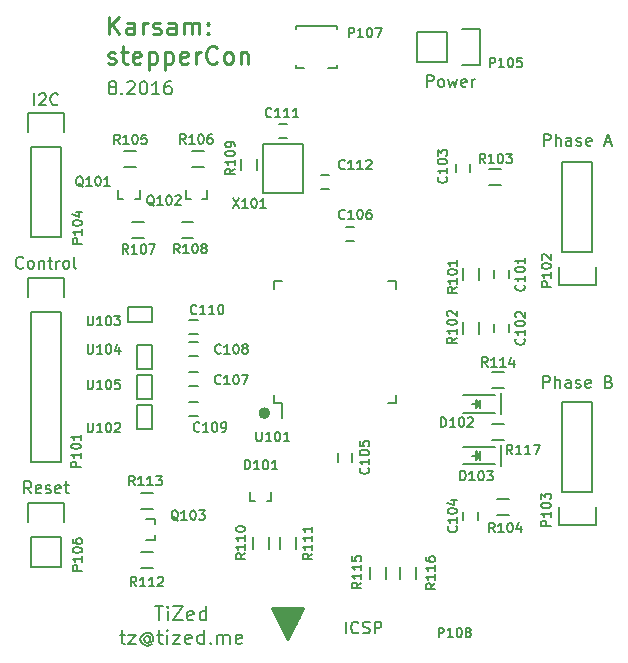
<source format=gto>
G04 #@! TF.FileFunction,Legend,Top*
%FSLAX46Y46*%
G04 Gerber Fmt 4.6, Leading zero omitted, Abs format (unit mm)*
G04 Created by KiCad (PCBNEW 4.0.6-e0-6349~53~ubuntu16.04.1) date Thu May 25 23:31:25 2017*
%MOMM*%
%LPD*%
G01*
G04 APERTURE LIST*
%ADD10C,0.050000*%
%ADD11C,0.200000*%
%ADD12C,0.500000*%
%ADD13C,0.250000*%
%ADD14C,0.150000*%
%ADD15C,0.300000*%
%ADD16C,0.160000*%
G04 APERTURE END LIST*
D10*
D11*
X228500000Y-59300000D02*
X228500000Y-61100000D01*
X228500000Y-63700000D02*
X228500000Y-65500000D01*
D12*
X208750000Y-61000000D02*
G75*
G03X208750000Y-61000000I-250000J0D01*
G01*
D11*
X195538096Y-33369048D02*
X195433334Y-33316667D01*
X195380953Y-33264286D01*
X195328572Y-33159524D01*
X195328572Y-33107143D01*
X195380953Y-33002381D01*
X195433334Y-32950000D01*
X195538096Y-32897619D01*
X195747619Y-32897619D01*
X195852381Y-32950000D01*
X195904762Y-33002381D01*
X195957143Y-33107143D01*
X195957143Y-33159524D01*
X195904762Y-33264286D01*
X195852381Y-33316667D01*
X195747619Y-33369048D01*
X195538096Y-33369048D01*
X195433334Y-33421429D01*
X195380953Y-33473810D01*
X195328572Y-33578571D01*
X195328572Y-33788095D01*
X195380953Y-33892857D01*
X195433334Y-33945238D01*
X195538096Y-33997619D01*
X195747619Y-33997619D01*
X195852381Y-33945238D01*
X195904762Y-33892857D01*
X195957143Y-33788095D01*
X195957143Y-33578571D01*
X195904762Y-33473810D01*
X195852381Y-33421429D01*
X195747619Y-33369048D01*
X196428572Y-33892857D02*
X196480953Y-33945238D01*
X196428572Y-33997619D01*
X196376191Y-33945238D01*
X196428572Y-33892857D01*
X196428572Y-33997619D01*
X196900001Y-33002381D02*
X196952382Y-32950000D01*
X197057144Y-32897619D01*
X197319048Y-32897619D01*
X197423810Y-32950000D01*
X197476191Y-33002381D01*
X197528572Y-33107143D01*
X197528572Y-33211905D01*
X197476191Y-33369048D01*
X196847620Y-33997619D01*
X197528572Y-33997619D01*
X198209525Y-32897619D02*
X198314286Y-32897619D01*
X198419048Y-32950000D01*
X198471429Y-33002381D01*
X198523810Y-33107143D01*
X198576191Y-33316667D01*
X198576191Y-33578571D01*
X198523810Y-33788095D01*
X198471429Y-33892857D01*
X198419048Y-33945238D01*
X198314286Y-33997619D01*
X198209525Y-33997619D01*
X198104763Y-33945238D01*
X198052382Y-33892857D01*
X198000001Y-33788095D01*
X197947620Y-33578571D01*
X197947620Y-33316667D01*
X198000001Y-33107143D01*
X198052382Y-33002381D01*
X198104763Y-32950000D01*
X198209525Y-32897619D01*
X199623810Y-33997619D02*
X198995239Y-33997619D01*
X199309525Y-33997619D02*
X199309525Y-32897619D01*
X199204763Y-33054762D01*
X199100001Y-33159524D01*
X198995239Y-33211905D01*
X200566667Y-32897619D02*
X200357144Y-32897619D01*
X200252382Y-32950000D01*
X200200001Y-33002381D01*
X200095239Y-33159524D01*
X200042858Y-33369048D01*
X200042858Y-33788095D01*
X200095239Y-33892857D01*
X200147620Y-33945238D01*
X200252382Y-33997619D01*
X200461905Y-33997619D01*
X200566667Y-33945238D01*
X200619048Y-33892857D01*
X200671429Y-33788095D01*
X200671429Y-33526190D01*
X200619048Y-33421429D01*
X200566667Y-33369048D01*
X200461905Y-33316667D01*
X200252382Y-33316667D01*
X200147620Y-33369048D01*
X200095239Y-33421429D01*
X200042858Y-33526190D01*
X199242858Y-77342857D02*
X199928572Y-77342857D01*
X199585715Y-78542857D02*
X199585715Y-77342857D01*
X200328572Y-78542857D02*
X200328572Y-77742857D01*
X200328572Y-77342857D02*
X200271429Y-77400000D01*
X200328572Y-77457143D01*
X200385715Y-77400000D01*
X200328572Y-77342857D01*
X200328572Y-77457143D01*
X200785716Y-77342857D02*
X201585716Y-77342857D01*
X200785716Y-78542857D01*
X201585716Y-78542857D01*
X202500001Y-78485714D02*
X202385715Y-78542857D01*
X202157144Y-78542857D01*
X202042858Y-78485714D01*
X201985715Y-78371429D01*
X201985715Y-77914286D01*
X202042858Y-77800000D01*
X202157144Y-77742857D01*
X202385715Y-77742857D01*
X202500001Y-77800000D01*
X202557144Y-77914286D01*
X202557144Y-78028571D01*
X201985715Y-78142857D01*
X203585715Y-78542857D02*
X203585715Y-77342857D01*
X203585715Y-78485714D02*
X203471429Y-78542857D01*
X203242858Y-78542857D01*
X203128572Y-78485714D01*
X203071429Y-78428571D01*
X203014286Y-78314286D01*
X203014286Y-77971429D01*
X203071429Y-77857143D01*
X203128572Y-77800000D01*
X203242858Y-77742857D01*
X203471429Y-77742857D01*
X203585715Y-77800000D01*
X196242858Y-79742857D02*
X196700001Y-79742857D01*
X196414286Y-79342857D02*
X196414286Y-80371429D01*
X196471429Y-80485714D01*
X196585715Y-80542857D01*
X196700001Y-80542857D01*
X196985715Y-79742857D02*
X197614286Y-79742857D01*
X196985715Y-80542857D01*
X197614286Y-80542857D01*
X198814286Y-79971429D02*
X198757144Y-79914286D01*
X198642858Y-79857143D01*
X198528572Y-79857143D01*
X198414286Y-79914286D01*
X198357144Y-79971429D01*
X198300001Y-80085714D01*
X198300001Y-80200000D01*
X198357144Y-80314286D01*
X198414286Y-80371429D01*
X198528572Y-80428571D01*
X198642858Y-80428571D01*
X198757144Y-80371429D01*
X198814286Y-80314286D01*
X198814286Y-79857143D02*
X198814286Y-80314286D01*
X198871429Y-80371429D01*
X198928572Y-80371429D01*
X199042858Y-80314286D01*
X199100001Y-80200000D01*
X199100001Y-79914286D01*
X198985715Y-79742857D01*
X198814286Y-79628571D01*
X198585715Y-79571429D01*
X198357144Y-79628571D01*
X198185715Y-79742857D01*
X198071429Y-79914286D01*
X198014286Y-80142857D01*
X198071429Y-80371429D01*
X198185715Y-80542857D01*
X198357144Y-80657143D01*
X198585715Y-80714286D01*
X198814286Y-80657143D01*
X198985715Y-80542857D01*
X199442858Y-79742857D02*
X199900001Y-79742857D01*
X199614286Y-79342857D02*
X199614286Y-80371429D01*
X199671429Y-80485714D01*
X199785715Y-80542857D01*
X199900001Y-80542857D01*
X200300000Y-80542857D02*
X200300000Y-79742857D01*
X200300000Y-79342857D02*
X200242857Y-79400000D01*
X200300000Y-79457143D01*
X200357143Y-79400000D01*
X200300000Y-79342857D01*
X200300000Y-79457143D01*
X200757144Y-79742857D02*
X201385715Y-79742857D01*
X200757144Y-80542857D01*
X201385715Y-80542857D01*
X202300001Y-80485714D02*
X202185715Y-80542857D01*
X201957144Y-80542857D01*
X201842858Y-80485714D01*
X201785715Y-80371429D01*
X201785715Y-79914286D01*
X201842858Y-79800000D01*
X201957144Y-79742857D01*
X202185715Y-79742857D01*
X202300001Y-79800000D01*
X202357144Y-79914286D01*
X202357144Y-80028571D01*
X201785715Y-80142857D01*
X203385715Y-80542857D02*
X203385715Y-79342857D01*
X203385715Y-80485714D02*
X203271429Y-80542857D01*
X203042858Y-80542857D01*
X202928572Y-80485714D01*
X202871429Y-80428571D01*
X202814286Y-80314286D01*
X202814286Y-79971429D01*
X202871429Y-79857143D01*
X202928572Y-79800000D01*
X203042858Y-79742857D01*
X203271429Y-79742857D01*
X203385715Y-79800000D01*
X203957143Y-80428571D02*
X204014286Y-80485714D01*
X203957143Y-80542857D01*
X203900000Y-80485714D01*
X203957143Y-80428571D01*
X203957143Y-80542857D01*
X204528572Y-80542857D02*
X204528572Y-79742857D01*
X204528572Y-79857143D02*
X204585715Y-79800000D01*
X204700001Y-79742857D01*
X204871429Y-79742857D01*
X204985715Y-79800000D01*
X205042858Y-79914286D01*
X205042858Y-80542857D01*
X205042858Y-79914286D02*
X205100001Y-79800000D01*
X205214287Y-79742857D01*
X205385715Y-79742857D01*
X205500001Y-79800000D01*
X205557144Y-79914286D01*
X205557144Y-80542857D01*
X206585715Y-80485714D02*
X206471429Y-80542857D01*
X206242858Y-80542857D01*
X206128572Y-80485714D01*
X206071429Y-80371429D01*
X206071429Y-79914286D01*
X206128572Y-79800000D01*
X206242858Y-79742857D01*
X206471429Y-79742857D01*
X206585715Y-79800000D01*
X206642858Y-79914286D01*
X206642858Y-80028571D01*
X206071429Y-80142857D01*
D13*
X195357143Y-28928571D02*
X195357143Y-27428571D01*
X196214286Y-28928571D02*
X195571429Y-28071429D01*
X196214286Y-27428571D02*
X195357143Y-28285714D01*
X197500000Y-28928571D02*
X197500000Y-28142857D01*
X197428571Y-28000000D01*
X197285714Y-27928571D01*
X197000000Y-27928571D01*
X196857143Y-28000000D01*
X197500000Y-28857143D02*
X197357143Y-28928571D01*
X197000000Y-28928571D01*
X196857143Y-28857143D01*
X196785714Y-28714286D01*
X196785714Y-28571429D01*
X196857143Y-28428571D01*
X197000000Y-28357143D01*
X197357143Y-28357143D01*
X197500000Y-28285714D01*
X198214286Y-28928571D02*
X198214286Y-27928571D01*
X198214286Y-28214286D02*
X198285714Y-28071429D01*
X198357143Y-28000000D01*
X198500000Y-27928571D01*
X198642857Y-27928571D01*
X199071428Y-28857143D02*
X199214285Y-28928571D01*
X199500000Y-28928571D01*
X199642857Y-28857143D01*
X199714285Y-28714286D01*
X199714285Y-28642857D01*
X199642857Y-28500000D01*
X199500000Y-28428571D01*
X199285714Y-28428571D01*
X199142857Y-28357143D01*
X199071428Y-28214286D01*
X199071428Y-28142857D01*
X199142857Y-28000000D01*
X199285714Y-27928571D01*
X199500000Y-27928571D01*
X199642857Y-28000000D01*
X201000000Y-28928571D02*
X201000000Y-28142857D01*
X200928571Y-28000000D01*
X200785714Y-27928571D01*
X200500000Y-27928571D01*
X200357143Y-28000000D01*
X201000000Y-28857143D02*
X200857143Y-28928571D01*
X200500000Y-28928571D01*
X200357143Y-28857143D01*
X200285714Y-28714286D01*
X200285714Y-28571429D01*
X200357143Y-28428571D01*
X200500000Y-28357143D01*
X200857143Y-28357143D01*
X201000000Y-28285714D01*
X201714286Y-28928571D02*
X201714286Y-27928571D01*
X201714286Y-28071429D02*
X201785714Y-28000000D01*
X201928572Y-27928571D01*
X202142857Y-27928571D01*
X202285714Y-28000000D01*
X202357143Y-28142857D01*
X202357143Y-28928571D01*
X202357143Y-28142857D02*
X202428572Y-28000000D01*
X202571429Y-27928571D01*
X202785714Y-27928571D01*
X202928572Y-28000000D01*
X203000000Y-28142857D01*
X203000000Y-28928571D01*
X203714286Y-28785714D02*
X203785714Y-28857143D01*
X203714286Y-28928571D01*
X203642857Y-28857143D01*
X203714286Y-28785714D01*
X203714286Y-28928571D01*
X203714286Y-28000000D02*
X203785714Y-28071429D01*
X203714286Y-28142857D01*
X203642857Y-28071429D01*
X203714286Y-28000000D01*
X203714286Y-28142857D01*
X195285714Y-31357143D02*
X195428571Y-31428571D01*
X195714286Y-31428571D01*
X195857143Y-31357143D01*
X195928571Y-31214286D01*
X195928571Y-31142857D01*
X195857143Y-31000000D01*
X195714286Y-30928571D01*
X195500000Y-30928571D01*
X195357143Y-30857143D01*
X195285714Y-30714286D01*
X195285714Y-30642857D01*
X195357143Y-30500000D01*
X195500000Y-30428571D01*
X195714286Y-30428571D01*
X195857143Y-30500000D01*
X196357143Y-30428571D02*
X196928572Y-30428571D01*
X196571429Y-29928571D02*
X196571429Y-31214286D01*
X196642857Y-31357143D01*
X196785715Y-31428571D01*
X196928572Y-31428571D01*
X198000000Y-31357143D02*
X197857143Y-31428571D01*
X197571429Y-31428571D01*
X197428572Y-31357143D01*
X197357143Y-31214286D01*
X197357143Y-30642857D01*
X197428572Y-30500000D01*
X197571429Y-30428571D01*
X197857143Y-30428571D01*
X198000000Y-30500000D01*
X198071429Y-30642857D01*
X198071429Y-30785714D01*
X197357143Y-30928571D01*
X198714286Y-30428571D02*
X198714286Y-31928571D01*
X198714286Y-30500000D02*
X198857143Y-30428571D01*
X199142857Y-30428571D01*
X199285714Y-30500000D01*
X199357143Y-30571429D01*
X199428572Y-30714286D01*
X199428572Y-31142857D01*
X199357143Y-31285714D01*
X199285714Y-31357143D01*
X199142857Y-31428571D01*
X198857143Y-31428571D01*
X198714286Y-31357143D01*
X200071429Y-30428571D02*
X200071429Y-31928571D01*
X200071429Y-30500000D02*
X200214286Y-30428571D01*
X200500000Y-30428571D01*
X200642857Y-30500000D01*
X200714286Y-30571429D01*
X200785715Y-30714286D01*
X200785715Y-31142857D01*
X200714286Y-31285714D01*
X200642857Y-31357143D01*
X200500000Y-31428571D01*
X200214286Y-31428571D01*
X200071429Y-31357143D01*
X202000000Y-31357143D02*
X201857143Y-31428571D01*
X201571429Y-31428571D01*
X201428572Y-31357143D01*
X201357143Y-31214286D01*
X201357143Y-30642857D01*
X201428572Y-30500000D01*
X201571429Y-30428571D01*
X201857143Y-30428571D01*
X202000000Y-30500000D01*
X202071429Y-30642857D01*
X202071429Y-30785714D01*
X201357143Y-30928571D01*
X202714286Y-31428571D02*
X202714286Y-30428571D01*
X202714286Y-30714286D02*
X202785714Y-30571429D01*
X202857143Y-30500000D01*
X203000000Y-30428571D01*
X203142857Y-30428571D01*
X204500000Y-31285714D02*
X204428571Y-31357143D01*
X204214285Y-31428571D01*
X204071428Y-31428571D01*
X203857143Y-31357143D01*
X203714285Y-31214286D01*
X203642857Y-31071429D01*
X203571428Y-30785714D01*
X203571428Y-30571429D01*
X203642857Y-30285714D01*
X203714285Y-30142857D01*
X203857143Y-30000000D01*
X204071428Y-29928571D01*
X204214285Y-29928571D01*
X204428571Y-30000000D01*
X204500000Y-30071429D01*
X205357143Y-31428571D02*
X205214285Y-31357143D01*
X205142857Y-31285714D01*
X205071428Y-31142857D01*
X205071428Y-30714286D01*
X205142857Y-30571429D01*
X205214285Y-30500000D01*
X205357143Y-30428571D01*
X205571428Y-30428571D01*
X205714285Y-30500000D01*
X205785714Y-30571429D01*
X205857143Y-30714286D01*
X205857143Y-31142857D01*
X205785714Y-31285714D01*
X205714285Y-31357143D01*
X205571428Y-31428571D01*
X205357143Y-31428571D01*
X206500000Y-30428571D02*
X206500000Y-31428571D01*
X206500000Y-30571429D02*
X206571428Y-30500000D01*
X206714286Y-30428571D01*
X206928571Y-30428571D01*
X207071428Y-30500000D01*
X207142857Y-30642857D01*
X207142857Y-31428571D01*
D14*
X208685000Y-68475040D02*
X209085000Y-68475040D01*
X209085000Y-68475040D02*
X209085000Y-67675040D01*
X207285000Y-67675040D02*
X207285000Y-68475040D01*
X207285000Y-68475040D02*
X207685000Y-68475040D01*
X199249960Y-70349760D02*
X199249960Y-69949760D01*
X199249960Y-69949760D02*
X198449960Y-69949760D01*
X198449960Y-71749760D02*
X199249960Y-71749760D01*
X199249960Y-71749760D02*
X199249960Y-71349760D01*
X197550240Y-42900040D02*
X197950240Y-42900040D01*
X197950240Y-42900040D02*
X197950240Y-42100040D01*
X196150240Y-42100040D02*
X196150240Y-42900040D01*
X196150240Y-42900040D02*
X196550240Y-42900040D01*
X203250240Y-42900040D02*
X203650240Y-42900040D01*
X203650240Y-42900040D02*
X203650240Y-42100040D01*
X201850240Y-42100040D02*
X201850240Y-42900040D01*
X201850240Y-42900040D02*
X202250240Y-42900040D01*
X211800000Y-38200000D02*
X211800000Y-42400000D01*
X211800000Y-42400000D02*
X208400000Y-42400000D01*
X208400000Y-42400000D02*
X208400000Y-38200000D01*
X208400000Y-38200000D02*
X211800000Y-38200000D01*
X227976000Y-49590000D02*
X227976000Y-48890000D01*
X229176000Y-48890000D02*
X229176000Y-49590000D01*
X229176000Y-53450000D02*
X229176000Y-54150000D01*
X227976000Y-54150000D02*
X227976000Y-53450000D01*
X224700000Y-40600000D02*
X224700000Y-39900000D01*
X225900000Y-39900000D02*
X225900000Y-40600000D01*
X226550500Y-69338000D02*
X226550500Y-70038000D01*
X225350500Y-70038000D02*
X225350500Y-69338000D01*
X215900000Y-64400000D02*
X215900000Y-65100000D01*
X214700000Y-65100000D02*
X214700000Y-64400000D01*
X215400000Y-45200000D02*
X216100000Y-45200000D01*
X216100000Y-46400000D02*
X215400000Y-46400000D01*
X202155000Y-57530000D02*
X202855000Y-57530000D01*
X202855000Y-58730000D02*
X202155000Y-58730000D01*
X202155000Y-54990000D02*
X202855000Y-54990000D01*
X202855000Y-56190000D02*
X202155000Y-56190000D01*
X202155000Y-60070000D02*
X202855000Y-60070000D01*
X202855000Y-61270000D02*
X202155000Y-61270000D01*
X202155000Y-53085000D02*
X202855000Y-53085000D01*
X202855000Y-54285000D02*
X202155000Y-54285000D01*
X209700000Y-36500000D02*
X210400000Y-36500000D01*
X210400000Y-37700000D02*
X209700000Y-37700000D01*
X213300000Y-40800000D02*
X214000000Y-40800000D01*
X214000000Y-42000000D02*
X213300000Y-42000000D01*
X228050980Y-59448000D02*
X225350980Y-59448000D01*
X228050980Y-60948000D02*
X225350980Y-60948000D01*
X226550980Y-60048000D02*
X226550980Y-60298000D01*
X226550980Y-60298000D02*
X226700980Y-60148000D01*
X226800980Y-60548000D02*
X226800980Y-59848000D01*
X226450980Y-60198000D02*
X226100980Y-60198000D01*
X226800980Y-60198000D02*
X226450980Y-60548000D01*
X226450980Y-60548000D02*
X226450980Y-59848000D01*
X226450980Y-59848000D02*
X226800980Y-60198000D01*
X228050980Y-63838000D02*
X225350980Y-63838000D01*
X228050980Y-65338000D02*
X225350980Y-65338000D01*
X226550980Y-64438000D02*
X226550980Y-64688000D01*
X226550980Y-64688000D02*
X226700980Y-64538000D01*
X226800980Y-64938000D02*
X226800980Y-64238000D01*
X226450980Y-64588000D02*
X226100980Y-64588000D01*
X226800980Y-64588000D02*
X226450980Y-64938000D01*
X226450980Y-64938000D02*
X226450980Y-64238000D01*
X226450980Y-64238000D02*
X226800980Y-64588000D01*
X214650000Y-31750000D02*
X214650000Y-31500000D01*
X213900000Y-31750000D02*
X214650000Y-31750000D01*
X211150000Y-31750000D02*
X211900000Y-31750000D01*
X211150000Y-31500000D02*
X211150000Y-31750000D01*
X211150000Y-28250000D02*
X211150000Y-28500000D01*
X214650000Y-28250000D02*
X214650000Y-28500000D01*
X211150000Y-28250000D02*
X214650000Y-28250000D01*
X209325000Y-60175000D02*
X210000000Y-60175000D01*
X209325000Y-49825000D02*
X210000000Y-49825000D01*
X219675000Y-49825000D02*
X219000000Y-49825000D01*
X219675000Y-60175000D02*
X219000000Y-60175000D01*
X209325000Y-60175000D02*
X209325000Y-59500000D01*
X219675000Y-60175000D02*
X219675000Y-59500000D01*
X219675000Y-49825000D02*
X219675000Y-50500000D01*
X209325000Y-49825000D02*
X209325000Y-50500000D01*
X210000000Y-60175000D02*
X210000000Y-61450000D01*
X198961000Y-62321000D02*
X198961000Y-60289000D01*
X198961000Y-60289000D02*
X197691000Y-60289000D01*
X197691000Y-60289000D02*
X197691000Y-62321000D01*
X197691000Y-62321000D02*
X198961000Y-62321000D01*
X196929000Y-53304000D02*
X198961000Y-53304000D01*
X198961000Y-53304000D02*
X198961000Y-52034000D01*
X198961000Y-52034000D02*
X196929000Y-52034000D01*
X196929000Y-52034000D02*
X196929000Y-53304000D01*
X198961000Y-57241000D02*
X198961000Y-55209000D01*
X198961000Y-55209000D02*
X197691000Y-55209000D01*
X197691000Y-55209000D02*
X197691000Y-57241000D01*
X197691000Y-57241000D02*
X198961000Y-57241000D01*
X198961000Y-59781000D02*
X198961000Y-57749000D01*
X198961000Y-57749000D02*
X197691000Y-57749000D01*
X197691000Y-57749000D02*
X197691000Y-59781000D01*
X197691000Y-59781000D02*
X198961000Y-59781000D01*
X210059400Y-77555000D02*
X210059400Y-79028200D01*
X210389600Y-77555000D02*
X210389600Y-79688600D01*
X210694400Y-77555000D02*
X210694400Y-79637800D01*
X211024600Y-77555000D02*
X211024600Y-79028200D01*
D15*
X211431000Y-77555000D02*
X211431000Y-78317000D01*
X209653000Y-77555000D02*
X209653000Y-78317000D01*
X210224500Y-77555000D02*
X210224500Y-79460000D01*
X210859500Y-77555000D02*
X210859500Y-79460000D01*
X211177000Y-77555000D02*
X211177000Y-78825000D01*
X209907000Y-77555000D02*
X209907000Y-78825000D01*
X210542000Y-80095000D02*
X210542000Y-77555000D01*
X211812000Y-77555000D02*
X210542000Y-80095000D01*
X209272000Y-77555000D02*
X211812000Y-77555000D01*
X210542000Y-80095000D02*
X209272000Y-77555000D01*
D14*
X188730000Y-52415000D02*
X188730000Y-65115000D01*
X188730000Y-65115000D02*
X191270000Y-65115000D01*
X191270000Y-65115000D02*
X191270000Y-52415000D01*
X188450000Y-49595000D02*
X188450000Y-51145000D01*
X188730000Y-52415000D02*
X191270000Y-52415000D01*
X191550000Y-51145000D02*
X191550000Y-49595000D01*
X191550000Y-49595000D02*
X188450000Y-49595000D01*
X233730000Y-47350000D02*
X233730000Y-39730000D01*
X236270000Y-47350000D02*
X236270000Y-39730000D01*
X236550000Y-50170000D02*
X236550000Y-48620000D01*
X233730000Y-39730000D02*
X236270000Y-39730000D01*
X236270000Y-47350000D02*
X233730000Y-47350000D01*
X233450000Y-48620000D02*
X233450000Y-50170000D01*
X233450000Y-50170000D02*
X236550000Y-50170000D01*
X233730000Y-67655000D02*
X233730000Y-60035000D01*
X236270000Y-67655000D02*
X236270000Y-60035000D01*
X236550000Y-70475000D02*
X236550000Y-68925000D01*
X233730000Y-60035000D02*
X236270000Y-60035000D01*
X236270000Y-67655000D02*
X233730000Y-67655000D01*
X233450000Y-68925000D02*
X233450000Y-70475000D01*
X233450000Y-70475000D02*
X236550000Y-70475000D01*
X191270000Y-38445000D02*
X191270000Y-46065000D01*
X188730000Y-38445000D02*
X188730000Y-46065000D01*
X188450000Y-35625000D02*
X188450000Y-37175000D01*
X191270000Y-46065000D02*
X188730000Y-46065000D01*
X188730000Y-38445000D02*
X191270000Y-38445000D01*
X191550000Y-37175000D02*
X191550000Y-35625000D01*
X191550000Y-35625000D02*
X188450000Y-35625000D01*
X226800000Y-28450000D02*
X225250000Y-28450000D01*
X221440000Y-28730000D02*
X223980000Y-28730000D01*
X223980000Y-28730000D02*
X223980000Y-31270000D01*
X225250000Y-31550000D02*
X226800000Y-31550000D01*
X226800000Y-31550000D02*
X226800000Y-28450000D01*
X223980000Y-31270000D02*
X221440000Y-31270000D01*
X221440000Y-31270000D02*
X221440000Y-28730000D01*
X188450000Y-68645000D02*
X188450000Y-70195000D01*
X188730000Y-74005000D02*
X188730000Y-71465000D01*
X188730000Y-71465000D02*
X191270000Y-71465000D01*
X191550000Y-70195000D02*
X191550000Y-68645000D01*
X191550000Y-68645000D02*
X188450000Y-68645000D01*
X191270000Y-71465000D02*
X191270000Y-74005000D01*
X191270000Y-74005000D02*
X188730000Y-74005000D01*
X226711000Y-48740000D02*
X226711000Y-49740000D01*
X225361000Y-49740000D02*
X225361000Y-48740000D01*
X225361000Y-54300000D02*
X225361000Y-53300000D01*
X226711000Y-53300000D02*
X226711000Y-54300000D01*
X228550000Y-41675000D02*
X227550000Y-41675000D01*
X227550000Y-40325000D02*
X228550000Y-40325000D01*
X229200500Y-69613000D02*
X228200500Y-69613000D01*
X228200500Y-68263000D02*
X229200500Y-68263000D01*
X197650000Y-40175000D02*
X196650000Y-40175000D01*
X196650000Y-38825000D02*
X197650000Y-38825000D01*
X203350000Y-40175000D02*
X202350000Y-40175000D01*
X202350000Y-38825000D02*
X203350000Y-38825000D01*
X198300000Y-46175000D02*
X197300000Y-46175000D01*
X197300000Y-44825000D02*
X198300000Y-44825000D01*
X201500000Y-44825000D02*
X202500000Y-44825000D01*
X202500000Y-46175000D02*
X201500000Y-46175000D01*
X206525000Y-40450000D02*
X206525000Y-39450000D01*
X207875000Y-39450000D02*
X207875000Y-40450000D01*
X208860000Y-71485000D02*
X208860000Y-72485000D01*
X207510000Y-72485000D02*
X207510000Y-71485000D01*
X211217000Y-71485000D02*
X211217000Y-72485000D01*
X209867000Y-72485000D02*
X209867000Y-71485000D01*
X198050000Y-72725000D02*
X199050000Y-72725000D01*
X199050000Y-74075000D02*
X198050000Y-74075000D01*
X198050000Y-67725000D02*
X199050000Y-67725000D01*
X199050000Y-69075000D02*
X198050000Y-69075000D01*
X228750000Y-58850389D02*
X227750000Y-58850389D01*
X227750000Y-57500389D02*
X228750000Y-57500389D01*
X217487000Y-75025000D02*
X217487000Y-74025000D01*
X218837000Y-74025000D02*
X218837000Y-75025000D01*
X220027000Y-75025000D02*
X220027000Y-74025000D01*
X221377000Y-74025000D02*
X221377000Y-75025000D01*
X228750000Y-63263000D02*
X227750000Y-63263000D01*
X227750000Y-61913000D02*
X228750000Y-61913000D01*
D16*
X206847619Y-65761905D02*
X206847619Y-64961905D01*
X207038095Y-64961905D01*
X207152381Y-65000000D01*
X207228572Y-65076190D01*
X207266667Y-65152381D01*
X207304762Y-65304762D01*
X207304762Y-65419048D01*
X207266667Y-65571429D01*
X207228572Y-65647619D01*
X207152381Y-65723810D01*
X207038095Y-65761905D01*
X206847619Y-65761905D01*
X208066667Y-65761905D02*
X207609524Y-65761905D01*
X207838095Y-65761905D02*
X207838095Y-64961905D01*
X207761905Y-65076190D01*
X207685714Y-65152381D01*
X207609524Y-65190476D01*
X208561905Y-64961905D02*
X208638096Y-64961905D01*
X208714286Y-65000000D01*
X208752381Y-65038095D01*
X208790477Y-65114286D01*
X208828572Y-65266667D01*
X208828572Y-65457143D01*
X208790477Y-65609524D01*
X208752381Y-65685714D01*
X208714286Y-65723810D01*
X208638096Y-65761905D01*
X208561905Y-65761905D01*
X208485715Y-65723810D01*
X208447619Y-65685714D01*
X208409524Y-65609524D01*
X208371429Y-65457143D01*
X208371429Y-65266667D01*
X208409524Y-65114286D01*
X208447619Y-65038095D01*
X208485715Y-65000000D01*
X208561905Y-64961905D01*
X209590477Y-65761905D02*
X209133334Y-65761905D01*
X209361905Y-65761905D02*
X209361905Y-64961905D01*
X209285715Y-65076190D01*
X209209524Y-65152381D01*
X209133334Y-65190476D01*
X201211905Y-70088095D02*
X201135714Y-70050000D01*
X201059524Y-69973810D01*
X200945238Y-69859524D01*
X200869047Y-69821429D01*
X200792857Y-69821429D01*
X200830952Y-70011905D02*
X200754762Y-69973810D01*
X200678571Y-69897619D01*
X200640476Y-69745238D01*
X200640476Y-69478571D01*
X200678571Y-69326190D01*
X200754762Y-69250000D01*
X200830952Y-69211905D01*
X200983333Y-69211905D01*
X201059524Y-69250000D01*
X201135714Y-69326190D01*
X201173809Y-69478571D01*
X201173809Y-69745238D01*
X201135714Y-69897619D01*
X201059524Y-69973810D01*
X200983333Y-70011905D01*
X200830952Y-70011905D01*
X201935714Y-70011905D02*
X201478571Y-70011905D01*
X201707142Y-70011905D02*
X201707142Y-69211905D01*
X201630952Y-69326190D01*
X201554761Y-69402381D01*
X201478571Y-69440476D01*
X202430952Y-69211905D02*
X202507143Y-69211905D01*
X202583333Y-69250000D01*
X202621428Y-69288095D01*
X202659524Y-69364286D01*
X202697619Y-69516667D01*
X202697619Y-69707143D01*
X202659524Y-69859524D01*
X202621428Y-69935714D01*
X202583333Y-69973810D01*
X202507143Y-70011905D01*
X202430952Y-70011905D01*
X202354762Y-69973810D01*
X202316666Y-69935714D01*
X202278571Y-69859524D01*
X202240476Y-69707143D01*
X202240476Y-69516667D01*
X202278571Y-69364286D01*
X202316666Y-69288095D01*
X202354762Y-69250000D01*
X202430952Y-69211905D01*
X202964286Y-69211905D02*
X203459524Y-69211905D01*
X203192857Y-69516667D01*
X203307143Y-69516667D01*
X203383333Y-69554762D01*
X203421429Y-69592857D01*
X203459524Y-69669048D01*
X203459524Y-69859524D01*
X203421429Y-69935714D01*
X203383333Y-69973810D01*
X203307143Y-70011905D01*
X203078571Y-70011905D01*
X203002381Y-69973810D01*
X202964286Y-69935714D01*
X193161905Y-41838095D02*
X193085714Y-41800000D01*
X193009524Y-41723810D01*
X192895238Y-41609524D01*
X192819047Y-41571429D01*
X192742857Y-41571429D01*
X192780952Y-41761905D02*
X192704762Y-41723810D01*
X192628571Y-41647619D01*
X192590476Y-41495238D01*
X192590476Y-41228571D01*
X192628571Y-41076190D01*
X192704762Y-41000000D01*
X192780952Y-40961905D01*
X192933333Y-40961905D01*
X193009524Y-41000000D01*
X193085714Y-41076190D01*
X193123809Y-41228571D01*
X193123809Y-41495238D01*
X193085714Y-41647619D01*
X193009524Y-41723810D01*
X192933333Y-41761905D01*
X192780952Y-41761905D01*
X193885714Y-41761905D02*
X193428571Y-41761905D01*
X193657142Y-41761905D02*
X193657142Y-40961905D01*
X193580952Y-41076190D01*
X193504761Y-41152381D01*
X193428571Y-41190476D01*
X194380952Y-40961905D02*
X194457143Y-40961905D01*
X194533333Y-41000000D01*
X194571428Y-41038095D01*
X194609524Y-41114286D01*
X194647619Y-41266667D01*
X194647619Y-41457143D01*
X194609524Y-41609524D01*
X194571428Y-41685714D01*
X194533333Y-41723810D01*
X194457143Y-41761905D01*
X194380952Y-41761905D01*
X194304762Y-41723810D01*
X194266666Y-41685714D01*
X194228571Y-41609524D01*
X194190476Y-41457143D01*
X194190476Y-41266667D01*
X194228571Y-41114286D01*
X194266666Y-41038095D01*
X194304762Y-41000000D01*
X194380952Y-40961905D01*
X195409524Y-41761905D02*
X194952381Y-41761905D01*
X195180952Y-41761905D02*
X195180952Y-40961905D01*
X195104762Y-41076190D01*
X195028571Y-41152381D01*
X194952381Y-41190476D01*
X199161905Y-43438095D02*
X199085714Y-43400000D01*
X199009524Y-43323810D01*
X198895238Y-43209524D01*
X198819047Y-43171429D01*
X198742857Y-43171429D01*
X198780952Y-43361905D02*
X198704762Y-43323810D01*
X198628571Y-43247619D01*
X198590476Y-43095238D01*
X198590476Y-42828571D01*
X198628571Y-42676190D01*
X198704762Y-42600000D01*
X198780952Y-42561905D01*
X198933333Y-42561905D01*
X199009524Y-42600000D01*
X199085714Y-42676190D01*
X199123809Y-42828571D01*
X199123809Y-43095238D01*
X199085714Y-43247619D01*
X199009524Y-43323810D01*
X198933333Y-43361905D01*
X198780952Y-43361905D01*
X199885714Y-43361905D02*
X199428571Y-43361905D01*
X199657142Y-43361905D02*
X199657142Y-42561905D01*
X199580952Y-42676190D01*
X199504761Y-42752381D01*
X199428571Y-42790476D01*
X200380952Y-42561905D02*
X200457143Y-42561905D01*
X200533333Y-42600000D01*
X200571428Y-42638095D01*
X200609524Y-42714286D01*
X200647619Y-42866667D01*
X200647619Y-43057143D01*
X200609524Y-43209524D01*
X200571428Y-43285714D01*
X200533333Y-43323810D01*
X200457143Y-43361905D01*
X200380952Y-43361905D01*
X200304762Y-43323810D01*
X200266666Y-43285714D01*
X200228571Y-43209524D01*
X200190476Y-43057143D01*
X200190476Y-42866667D01*
X200228571Y-42714286D01*
X200266666Y-42638095D01*
X200304762Y-42600000D01*
X200380952Y-42561905D01*
X200952381Y-42638095D02*
X200990476Y-42600000D01*
X201066667Y-42561905D01*
X201257143Y-42561905D01*
X201333333Y-42600000D01*
X201371429Y-42638095D01*
X201409524Y-42714286D01*
X201409524Y-42790476D01*
X201371429Y-42904762D01*
X200914286Y-43361905D01*
X201409524Y-43361905D01*
X205840476Y-42811905D02*
X206373809Y-43611905D01*
X206373809Y-42811905D02*
X205840476Y-43611905D01*
X207097619Y-43611905D02*
X206640476Y-43611905D01*
X206869047Y-43611905D02*
X206869047Y-42811905D01*
X206792857Y-42926190D01*
X206716666Y-43002381D01*
X206640476Y-43040476D01*
X207592857Y-42811905D02*
X207669048Y-42811905D01*
X207745238Y-42850000D01*
X207783333Y-42888095D01*
X207821429Y-42964286D01*
X207859524Y-43116667D01*
X207859524Y-43307143D01*
X207821429Y-43459524D01*
X207783333Y-43535714D01*
X207745238Y-43573810D01*
X207669048Y-43611905D01*
X207592857Y-43611905D01*
X207516667Y-43573810D01*
X207478571Y-43535714D01*
X207440476Y-43459524D01*
X207402381Y-43307143D01*
X207402381Y-43116667D01*
X207440476Y-42964286D01*
X207478571Y-42888095D01*
X207516667Y-42850000D01*
X207592857Y-42811905D01*
X208621429Y-43611905D02*
X208164286Y-43611905D01*
X208392857Y-43611905D02*
X208392857Y-42811905D01*
X208316667Y-42926190D01*
X208240476Y-43002381D01*
X208164286Y-43040476D01*
X230485714Y-50135238D02*
X230523810Y-50173333D01*
X230561905Y-50287619D01*
X230561905Y-50363809D01*
X230523810Y-50478095D01*
X230447619Y-50554286D01*
X230371429Y-50592381D01*
X230219048Y-50630476D01*
X230104762Y-50630476D01*
X229952381Y-50592381D01*
X229876190Y-50554286D01*
X229800000Y-50478095D01*
X229761905Y-50363809D01*
X229761905Y-50287619D01*
X229800000Y-50173333D01*
X229838095Y-50135238D01*
X230561905Y-49373333D02*
X230561905Y-49830476D01*
X230561905Y-49601905D02*
X229761905Y-49601905D01*
X229876190Y-49678095D01*
X229952381Y-49754286D01*
X229990476Y-49830476D01*
X229761905Y-48878095D02*
X229761905Y-48801904D01*
X229800000Y-48725714D01*
X229838095Y-48687619D01*
X229914286Y-48649523D01*
X230066667Y-48611428D01*
X230257143Y-48611428D01*
X230409524Y-48649523D01*
X230485714Y-48687619D01*
X230523810Y-48725714D01*
X230561905Y-48801904D01*
X230561905Y-48878095D01*
X230523810Y-48954285D01*
X230485714Y-48992381D01*
X230409524Y-49030476D01*
X230257143Y-49068571D01*
X230066667Y-49068571D01*
X229914286Y-49030476D01*
X229838095Y-48992381D01*
X229800000Y-48954285D01*
X229761905Y-48878095D01*
X230561905Y-47849523D02*
X230561905Y-48306666D01*
X230561905Y-48078095D02*
X229761905Y-48078095D01*
X229876190Y-48154285D01*
X229952381Y-48230476D01*
X229990476Y-48306666D01*
X230485714Y-54695238D02*
X230523810Y-54733333D01*
X230561905Y-54847619D01*
X230561905Y-54923809D01*
X230523810Y-55038095D01*
X230447619Y-55114286D01*
X230371429Y-55152381D01*
X230219048Y-55190476D01*
X230104762Y-55190476D01*
X229952381Y-55152381D01*
X229876190Y-55114286D01*
X229800000Y-55038095D01*
X229761905Y-54923809D01*
X229761905Y-54847619D01*
X229800000Y-54733333D01*
X229838095Y-54695238D01*
X230561905Y-53933333D02*
X230561905Y-54390476D01*
X230561905Y-54161905D02*
X229761905Y-54161905D01*
X229876190Y-54238095D01*
X229952381Y-54314286D01*
X229990476Y-54390476D01*
X229761905Y-53438095D02*
X229761905Y-53361904D01*
X229800000Y-53285714D01*
X229838095Y-53247619D01*
X229914286Y-53209523D01*
X230066667Y-53171428D01*
X230257143Y-53171428D01*
X230409524Y-53209523D01*
X230485714Y-53247619D01*
X230523810Y-53285714D01*
X230561905Y-53361904D01*
X230561905Y-53438095D01*
X230523810Y-53514285D01*
X230485714Y-53552381D01*
X230409524Y-53590476D01*
X230257143Y-53628571D01*
X230066667Y-53628571D01*
X229914286Y-53590476D01*
X229838095Y-53552381D01*
X229800000Y-53514285D01*
X229761905Y-53438095D01*
X229838095Y-52866666D02*
X229800000Y-52828571D01*
X229761905Y-52752380D01*
X229761905Y-52561904D01*
X229800000Y-52485714D01*
X229838095Y-52447618D01*
X229914286Y-52409523D01*
X229990476Y-52409523D01*
X230104762Y-52447618D01*
X230561905Y-52904761D01*
X230561905Y-52409523D01*
X223885714Y-40995238D02*
X223923810Y-41033333D01*
X223961905Y-41147619D01*
X223961905Y-41223809D01*
X223923810Y-41338095D01*
X223847619Y-41414286D01*
X223771429Y-41452381D01*
X223619048Y-41490476D01*
X223504762Y-41490476D01*
X223352381Y-41452381D01*
X223276190Y-41414286D01*
X223200000Y-41338095D01*
X223161905Y-41223809D01*
X223161905Y-41147619D01*
X223200000Y-41033333D01*
X223238095Y-40995238D01*
X223961905Y-40233333D02*
X223961905Y-40690476D01*
X223961905Y-40461905D02*
X223161905Y-40461905D01*
X223276190Y-40538095D01*
X223352381Y-40614286D01*
X223390476Y-40690476D01*
X223161905Y-39738095D02*
X223161905Y-39661904D01*
X223200000Y-39585714D01*
X223238095Y-39547619D01*
X223314286Y-39509523D01*
X223466667Y-39471428D01*
X223657143Y-39471428D01*
X223809524Y-39509523D01*
X223885714Y-39547619D01*
X223923810Y-39585714D01*
X223961905Y-39661904D01*
X223961905Y-39738095D01*
X223923810Y-39814285D01*
X223885714Y-39852381D01*
X223809524Y-39890476D01*
X223657143Y-39928571D01*
X223466667Y-39928571D01*
X223314286Y-39890476D01*
X223238095Y-39852381D01*
X223200000Y-39814285D01*
X223161905Y-39738095D01*
X223161905Y-39204761D02*
X223161905Y-38709523D01*
X223466667Y-38976190D01*
X223466667Y-38861904D01*
X223504762Y-38785714D01*
X223542857Y-38747618D01*
X223619048Y-38709523D01*
X223809524Y-38709523D01*
X223885714Y-38747618D01*
X223923810Y-38785714D01*
X223961905Y-38861904D01*
X223961905Y-39090476D01*
X223923810Y-39166666D01*
X223885714Y-39204761D01*
X224736214Y-70583238D02*
X224774310Y-70621333D01*
X224812405Y-70735619D01*
X224812405Y-70811809D01*
X224774310Y-70926095D01*
X224698119Y-71002286D01*
X224621929Y-71040381D01*
X224469548Y-71078476D01*
X224355262Y-71078476D01*
X224202881Y-71040381D01*
X224126690Y-71002286D01*
X224050500Y-70926095D01*
X224012405Y-70811809D01*
X224012405Y-70735619D01*
X224050500Y-70621333D01*
X224088595Y-70583238D01*
X224812405Y-69821333D02*
X224812405Y-70278476D01*
X224812405Y-70049905D02*
X224012405Y-70049905D01*
X224126690Y-70126095D01*
X224202881Y-70202286D01*
X224240976Y-70278476D01*
X224012405Y-69326095D02*
X224012405Y-69249904D01*
X224050500Y-69173714D01*
X224088595Y-69135619D01*
X224164786Y-69097523D01*
X224317167Y-69059428D01*
X224507643Y-69059428D01*
X224660024Y-69097523D01*
X224736214Y-69135619D01*
X224774310Y-69173714D01*
X224812405Y-69249904D01*
X224812405Y-69326095D01*
X224774310Y-69402285D01*
X224736214Y-69440381D01*
X224660024Y-69478476D01*
X224507643Y-69516571D01*
X224317167Y-69516571D01*
X224164786Y-69478476D01*
X224088595Y-69440381D01*
X224050500Y-69402285D01*
X224012405Y-69326095D01*
X224279071Y-68373714D02*
X224812405Y-68373714D01*
X223974310Y-68564190D02*
X224545738Y-68754666D01*
X224545738Y-68259428D01*
X217285714Y-65645238D02*
X217323810Y-65683333D01*
X217361905Y-65797619D01*
X217361905Y-65873809D01*
X217323810Y-65988095D01*
X217247619Y-66064286D01*
X217171429Y-66102381D01*
X217019048Y-66140476D01*
X216904762Y-66140476D01*
X216752381Y-66102381D01*
X216676190Y-66064286D01*
X216600000Y-65988095D01*
X216561905Y-65873809D01*
X216561905Y-65797619D01*
X216600000Y-65683333D01*
X216638095Y-65645238D01*
X217361905Y-64883333D02*
X217361905Y-65340476D01*
X217361905Y-65111905D02*
X216561905Y-65111905D01*
X216676190Y-65188095D01*
X216752381Y-65264286D01*
X216790476Y-65340476D01*
X216561905Y-64388095D02*
X216561905Y-64311904D01*
X216600000Y-64235714D01*
X216638095Y-64197619D01*
X216714286Y-64159523D01*
X216866667Y-64121428D01*
X217057143Y-64121428D01*
X217209524Y-64159523D01*
X217285714Y-64197619D01*
X217323810Y-64235714D01*
X217361905Y-64311904D01*
X217361905Y-64388095D01*
X217323810Y-64464285D01*
X217285714Y-64502381D01*
X217209524Y-64540476D01*
X217057143Y-64578571D01*
X216866667Y-64578571D01*
X216714286Y-64540476D01*
X216638095Y-64502381D01*
X216600000Y-64464285D01*
X216561905Y-64388095D01*
X216561905Y-63397618D02*
X216561905Y-63778571D01*
X216942857Y-63816666D01*
X216904762Y-63778571D01*
X216866667Y-63702380D01*
X216866667Y-63511904D01*
X216904762Y-63435714D01*
X216942857Y-63397618D01*
X217019048Y-63359523D01*
X217209524Y-63359523D01*
X217285714Y-63397618D01*
X217323810Y-63435714D01*
X217361905Y-63511904D01*
X217361905Y-63702380D01*
X217323810Y-63778571D01*
X217285714Y-63816666D01*
X215304762Y-44485714D02*
X215266667Y-44523810D01*
X215152381Y-44561905D01*
X215076191Y-44561905D01*
X214961905Y-44523810D01*
X214885714Y-44447619D01*
X214847619Y-44371429D01*
X214809524Y-44219048D01*
X214809524Y-44104762D01*
X214847619Y-43952381D01*
X214885714Y-43876190D01*
X214961905Y-43800000D01*
X215076191Y-43761905D01*
X215152381Y-43761905D01*
X215266667Y-43800000D01*
X215304762Y-43838095D01*
X216066667Y-44561905D02*
X215609524Y-44561905D01*
X215838095Y-44561905D02*
X215838095Y-43761905D01*
X215761905Y-43876190D01*
X215685714Y-43952381D01*
X215609524Y-43990476D01*
X216561905Y-43761905D02*
X216638096Y-43761905D01*
X216714286Y-43800000D01*
X216752381Y-43838095D01*
X216790477Y-43914286D01*
X216828572Y-44066667D01*
X216828572Y-44257143D01*
X216790477Y-44409524D01*
X216752381Y-44485714D01*
X216714286Y-44523810D01*
X216638096Y-44561905D01*
X216561905Y-44561905D01*
X216485715Y-44523810D01*
X216447619Y-44485714D01*
X216409524Y-44409524D01*
X216371429Y-44257143D01*
X216371429Y-44066667D01*
X216409524Y-43914286D01*
X216447619Y-43838095D01*
X216485715Y-43800000D01*
X216561905Y-43761905D01*
X217514286Y-43761905D02*
X217361905Y-43761905D01*
X217285715Y-43800000D01*
X217247620Y-43838095D01*
X217171429Y-43952381D01*
X217133334Y-44104762D01*
X217133334Y-44409524D01*
X217171429Y-44485714D01*
X217209524Y-44523810D01*
X217285715Y-44561905D01*
X217438096Y-44561905D01*
X217514286Y-44523810D01*
X217552382Y-44485714D01*
X217590477Y-44409524D01*
X217590477Y-44219048D01*
X217552382Y-44142857D01*
X217514286Y-44104762D01*
X217438096Y-44066667D01*
X217285715Y-44066667D01*
X217209524Y-44104762D01*
X217171429Y-44142857D01*
X217133334Y-44219048D01*
X204804762Y-58485714D02*
X204766667Y-58523810D01*
X204652381Y-58561905D01*
X204576191Y-58561905D01*
X204461905Y-58523810D01*
X204385714Y-58447619D01*
X204347619Y-58371429D01*
X204309524Y-58219048D01*
X204309524Y-58104762D01*
X204347619Y-57952381D01*
X204385714Y-57876190D01*
X204461905Y-57800000D01*
X204576191Y-57761905D01*
X204652381Y-57761905D01*
X204766667Y-57800000D01*
X204804762Y-57838095D01*
X205566667Y-58561905D02*
X205109524Y-58561905D01*
X205338095Y-58561905D02*
X205338095Y-57761905D01*
X205261905Y-57876190D01*
X205185714Y-57952381D01*
X205109524Y-57990476D01*
X206061905Y-57761905D02*
X206138096Y-57761905D01*
X206214286Y-57800000D01*
X206252381Y-57838095D01*
X206290477Y-57914286D01*
X206328572Y-58066667D01*
X206328572Y-58257143D01*
X206290477Y-58409524D01*
X206252381Y-58485714D01*
X206214286Y-58523810D01*
X206138096Y-58561905D01*
X206061905Y-58561905D01*
X205985715Y-58523810D01*
X205947619Y-58485714D01*
X205909524Y-58409524D01*
X205871429Y-58257143D01*
X205871429Y-58066667D01*
X205909524Y-57914286D01*
X205947619Y-57838095D01*
X205985715Y-57800000D01*
X206061905Y-57761905D01*
X206595239Y-57761905D02*
X207128572Y-57761905D01*
X206785715Y-58561905D01*
X204804762Y-55885714D02*
X204766667Y-55923810D01*
X204652381Y-55961905D01*
X204576191Y-55961905D01*
X204461905Y-55923810D01*
X204385714Y-55847619D01*
X204347619Y-55771429D01*
X204309524Y-55619048D01*
X204309524Y-55504762D01*
X204347619Y-55352381D01*
X204385714Y-55276190D01*
X204461905Y-55200000D01*
X204576191Y-55161905D01*
X204652381Y-55161905D01*
X204766667Y-55200000D01*
X204804762Y-55238095D01*
X205566667Y-55961905D02*
X205109524Y-55961905D01*
X205338095Y-55961905D02*
X205338095Y-55161905D01*
X205261905Y-55276190D01*
X205185714Y-55352381D01*
X205109524Y-55390476D01*
X206061905Y-55161905D02*
X206138096Y-55161905D01*
X206214286Y-55200000D01*
X206252381Y-55238095D01*
X206290477Y-55314286D01*
X206328572Y-55466667D01*
X206328572Y-55657143D01*
X206290477Y-55809524D01*
X206252381Y-55885714D01*
X206214286Y-55923810D01*
X206138096Y-55961905D01*
X206061905Y-55961905D01*
X205985715Y-55923810D01*
X205947619Y-55885714D01*
X205909524Y-55809524D01*
X205871429Y-55657143D01*
X205871429Y-55466667D01*
X205909524Y-55314286D01*
X205947619Y-55238095D01*
X205985715Y-55200000D01*
X206061905Y-55161905D01*
X206785715Y-55504762D02*
X206709524Y-55466667D01*
X206671429Y-55428571D01*
X206633334Y-55352381D01*
X206633334Y-55314286D01*
X206671429Y-55238095D01*
X206709524Y-55200000D01*
X206785715Y-55161905D01*
X206938096Y-55161905D01*
X207014286Y-55200000D01*
X207052382Y-55238095D01*
X207090477Y-55314286D01*
X207090477Y-55352381D01*
X207052382Y-55428571D01*
X207014286Y-55466667D01*
X206938096Y-55504762D01*
X206785715Y-55504762D01*
X206709524Y-55542857D01*
X206671429Y-55580952D01*
X206633334Y-55657143D01*
X206633334Y-55809524D01*
X206671429Y-55885714D01*
X206709524Y-55923810D01*
X206785715Y-55961905D01*
X206938096Y-55961905D01*
X207014286Y-55923810D01*
X207052382Y-55885714D01*
X207090477Y-55809524D01*
X207090477Y-55657143D01*
X207052382Y-55580952D01*
X207014286Y-55542857D01*
X206938096Y-55504762D01*
X203004762Y-62485714D02*
X202966667Y-62523810D01*
X202852381Y-62561905D01*
X202776191Y-62561905D01*
X202661905Y-62523810D01*
X202585714Y-62447619D01*
X202547619Y-62371429D01*
X202509524Y-62219048D01*
X202509524Y-62104762D01*
X202547619Y-61952381D01*
X202585714Y-61876190D01*
X202661905Y-61800000D01*
X202776191Y-61761905D01*
X202852381Y-61761905D01*
X202966667Y-61800000D01*
X203004762Y-61838095D01*
X203766667Y-62561905D02*
X203309524Y-62561905D01*
X203538095Y-62561905D02*
X203538095Y-61761905D01*
X203461905Y-61876190D01*
X203385714Y-61952381D01*
X203309524Y-61990476D01*
X204261905Y-61761905D02*
X204338096Y-61761905D01*
X204414286Y-61800000D01*
X204452381Y-61838095D01*
X204490477Y-61914286D01*
X204528572Y-62066667D01*
X204528572Y-62257143D01*
X204490477Y-62409524D01*
X204452381Y-62485714D01*
X204414286Y-62523810D01*
X204338096Y-62561905D01*
X204261905Y-62561905D01*
X204185715Y-62523810D01*
X204147619Y-62485714D01*
X204109524Y-62409524D01*
X204071429Y-62257143D01*
X204071429Y-62066667D01*
X204109524Y-61914286D01*
X204147619Y-61838095D01*
X204185715Y-61800000D01*
X204261905Y-61761905D01*
X204909524Y-62561905D02*
X205061905Y-62561905D01*
X205138096Y-62523810D01*
X205176191Y-62485714D01*
X205252382Y-62371429D01*
X205290477Y-62219048D01*
X205290477Y-61914286D01*
X205252382Y-61838095D01*
X205214286Y-61800000D01*
X205138096Y-61761905D01*
X204985715Y-61761905D01*
X204909524Y-61800000D01*
X204871429Y-61838095D01*
X204833334Y-61914286D01*
X204833334Y-62104762D01*
X204871429Y-62180952D01*
X204909524Y-62219048D01*
X204985715Y-62257143D01*
X205138096Y-62257143D01*
X205214286Y-62219048D01*
X205252382Y-62180952D01*
X205290477Y-62104762D01*
X202754762Y-52535714D02*
X202716667Y-52573810D01*
X202602381Y-52611905D01*
X202526191Y-52611905D01*
X202411905Y-52573810D01*
X202335714Y-52497619D01*
X202297619Y-52421429D01*
X202259524Y-52269048D01*
X202259524Y-52154762D01*
X202297619Y-52002381D01*
X202335714Y-51926190D01*
X202411905Y-51850000D01*
X202526191Y-51811905D01*
X202602381Y-51811905D01*
X202716667Y-51850000D01*
X202754762Y-51888095D01*
X203516667Y-52611905D02*
X203059524Y-52611905D01*
X203288095Y-52611905D02*
X203288095Y-51811905D01*
X203211905Y-51926190D01*
X203135714Y-52002381D01*
X203059524Y-52040476D01*
X204278572Y-52611905D02*
X203821429Y-52611905D01*
X204050000Y-52611905D02*
X204050000Y-51811905D01*
X203973810Y-51926190D01*
X203897619Y-52002381D01*
X203821429Y-52040476D01*
X204773810Y-51811905D02*
X204850001Y-51811905D01*
X204926191Y-51850000D01*
X204964286Y-51888095D01*
X205002382Y-51964286D01*
X205040477Y-52116667D01*
X205040477Y-52307143D01*
X205002382Y-52459524D01*
X204964286Y-52535714D01*
X204926191Y-52573810D01*
X204850001Y-52611905D01*
X204773810Y-52611905D01*
X204697620Y-52573810D01*
X204659524Y-52535714D01*
X204621429Y-52459524D01*
X204583334Y-52307143D01*
X204583334Y-52116667D01*
X204621429Y-51964286D01*
X204659524Y-51888095D01*
X204697620Y-51850000D01*
X204773810Y-51811905D01*
X209104762Y-35885714D02*
X209066667Y-35923810D01*
X208952381Y-35961905D01*
X208876191Y-35961905D01*
X208761905Y-35923810D01*
X208685714Y-35847619D01*
X208647619Y-35771429D01*
X208609524Y-35619048D01*
X208609524Y-35504762D01*
X208647619Y-35352381D01*
X208685714Y-35276190D01*
X208761905Y-35200000D01*
X208876191Y-35161905D01*
X208952381Y-35161905D01*
X209066667Y-35200000D01*
X209104762Y-35238095D01*
X209866667Y-35961905D02*
X209409524Y-35961905D01*
X209638095Y-35961905D02*
X209638095Y-35161905D01*
X209561905Y-35276190D01*
X209485714Y-35352381D01*
X209409524Y-35390476D01*
X210628572Y-35961905D02*
X210171429Y-35961905D01*
X210400000Y-35961905D02*
X210400000Y-35161905D01*
X210323810Y-35276190D01*
X210247619Y-35352381D01*
X210171429Y-35390476D01*
X211390477Y-35961905D02*
X210933334Y-35961905D01*
X211161905Y-35961905D02*
X211161905Y-35161905D01*
X211085715Y-35276190D01*
X211009524Y-35352381D01*
X210933334Y-35390476D01*
X215304762Y-40285714D02*
X215266667Y-40323810D01*
X215152381Y-40361905D01*
X215076191Y-40361905D01*
X214961905Y-40323810D01*
X214885714Y-40247619D01*
X214847619Y-40171429D01*
X214809524Y-40019048D01*
X214809524Y-39904762D01*
X214847619Y-39752381D01*
X214885714Y-39676190D01*
X214961905Y-39600000D01*
X215076191Y-39561905D01*
X215152381Y-39561905D01*
X215266667Y-39600000D01*
X215304762Y-39638095D01*
X216066667Y-40361905D02*
X215609524Y-40361905D01*
X215838095Y-40361905D02*
X215838095Y-39561905D01*
X215761905Y-39676190D01*
X215685714Y-39752381D01*
X215609524Y-39790476D01*
X216828572Y-40361905D02*
X216371429Y-40361905D01*
X216600000Y-40361905D02*
X216600000Y-39561905D01*
X216523810Y-39676190D01*
X216447619Y-39752381D01*
X216371429Y-39790476D01*
X217133334Y-39638095D02*
X217171429Y-39600000D01*
X217247620Y-39561905D01*
X217438096Y-39561905D01*
X217514286Y-39600000D01*
X217552382Y-39638095D01*
X217590477Y-39714286D01*
X217590477Y-39790476D01*
X217552382Y-39904762D01*
X217095239Y-40361905D01*
X217590477Y-40361905D01*
X223447619Y-62161905D02*
X223447619Y-61361905D01*
X223638095Y-61361905D01*
X223752381Y-61400000D01*
X223828572Y-61476190D01*
X223866667Y-61552381D01*
X223904762Y-61704762D01*
X223904762Y-61819048D01*
X223866667Y-61971429D01*
X223828572Y-62047619D01*
X223752381Y-62123810D01*
X223638095Y-62161905D01*
X223447619Y-62161905D01*
X224666667Y-62161905D02*
X224209524Y-62161905D01*
X224438095Y-62161905D02*
X224438095Y-61361905D01*
X224361905Y-61476190D01*
X224285714Y-61552381D01*
X224209524Y-61590476D01*
X225161905Y-61361905D02*
X225238096Y-61361905D01*
X225314286Y-61400000D01*
X225352381Y-61438095D01*
X225390477Y-61514286D01*
X225428572Y-61666667D01*
X225428572Y-61857143D01*
X225390477Y-62009524D01*
X225352381Y-62085714D01*
X225314286Y-62123810D01*
X225238096Y-62161905D01*
X225161905Y-62161905D01*
X225085715Y-62123810D01*
X225047619Y-62085714D01*
X225009524Y-62009524D01*
X224971429Y-61857143D01*
X224971429Y-61666667D01*
X225009524Y-61514286D01*
X225047619Y-61438095D01*
X225085715Y-61400000D01*
X225161905Y-61361905D01*
X225733334Y-61438095D02*
X225771429Y-61400000D01*
X225847620Y-61361905D01*
X226038096Y-61361905D01*
X226114286Y-61400000D01*
X226152382Y-61438095D01*
X226190477Y-61514286D01*
X226190477Y-61590476D01*
X226152382Y-61704762D01*
X225695239Y-62161905D01*
X226190477Y-62161905D01*
X225098599Y-66699905D02*
X225098599Y-65899905D01*
X225289075Y-65899905D01*
X225403361Y-65938000D01*
X225479552Y-66014190D01*
X225517647Y-66090381D01*
X225555742Y-66242762D01*
X225555742Y-66357048D01*
X225517647Y-66509429D01*
X225479552Y-66585619D01*
X225403361Y-66661810D01*
X225289075Y-66699905D01*
X225098599Y-66699905D01*
X226317647Y-66699905D02*
X225860504Y-66699905D01*
X226089075Y-66699905D02*
X226089075Y-65899905D01*
X226012885Y-66014190D01*
X225936694Y-66090381D01*
X225860504Y-66128476D01*
X226812885Y-65899905D02*
X226889076Y-65899905D01*
X226965266Y-65938000D01*
X227003361Y-65976095D01*
X227041457Y-66052286D01*
X227079552Y-66204667D01*
X227079552Y-66395143D01*
X227041457Y-66547524D01*
X227003361Y-66623714D01*
X226965266Y-66661810D01*
X226889076Y-66699905D01*
X226812885Y-66699905D01*
X226736695Y-66661810D01*
X226698599Y-66623714D01*
X226660504Y-66547524D01*
X226622409Y-66395143D01*
X226622409Y-66204667D01*
X226660504Y-66052286D01*
X226698599Y-65976095D01*
X226736695Y-65938000D01*
X226812885Y-65899905D01*
X227346219Y-65899905D02*
X227841457Y-65899905D01*
X227574790Y-66204667D01*
X227689076Y-66204667D01*
X227765266Y-66242762D01*
X227803362Y-66280857D01*
X227841457Y-66357048D01*
X227841457Y-66547524D01*
X227803362Y-66623714D01*
X227765266Y-66661810D01*
X227689076Y-66699905D01*
X227460504Y-66699905D01*
X227384314Y-66661810D01*
X227346219Y-66623714D01*
X215647619Y-29161905D02*
X215647619Y-28361905D01*
X215952381Y-28361905D01*
X216028572Y-28400000D01*
X216066667Y-28438095D01*
X216104762Y-28514286D01*
X216104762Y-28628571D01*
X216066667Y-28704762D01*
X216028572Y-28742857D01*
X215952381Y-28780952D01*
X215647619Y-28780952D01*
X216866667Y-29161905D02*
X216409524Y-29161905D01*
X216638095Y-29161905D02*
X216638095Y-28361905D01*
X216561905Y-28476190D01*
X216485714Y-28552381D01*
X216409524Y-28590476D01*
X217361905Y-28361905D02*
X217438096Y-28361905D01*
X217514286Y-28400000D01*
X217552381Y-28438095D01*
X217590477Y-28514286D01*
X217628572Y-28666667D01*
X217628572Y-28857143D01*
X217590477Y-29009524D01*
X217552381Y-29085714D01*
X217514286Y-29123810D01*
X217438096Y-29161905D01*
X217361905Y-29161905D01*
X217285715Y-29123810D01*
X217247619Y-29085714D01*
X217209524Y-29009524D01*
X217171429Y-28857143D01*
X217171429Y-28666667D01*
X217209524Y-28514286D01*
X217247619Y-28438095D01*
X217285715Y-28400000D01*
X217361905Y-28361905D01*
X217895239Y-28361905D02*
X218428572Y-28361905D01*
X218085715Y-29161905D01*
X207828571Y-62561905D02*
X207828571Y-63209524D01*
X207866666Y-63285714D01*
X207904762Y-63323810D01*
X207980952Y-63361905D01*
X208133333Y-63361905D01*
X208209524Y-63323810D01*
X208247619Y-63285714D01*
X208285714Y-63209524D01*
X208285714Y-62561905D01*
X209085714Y-63361905D02*
X208628571Y-63361905D01*
X208857142Y-63361905D02*
X208857142Y-62561905D01*
X208780952Y-62676190D01*
X208704761Y-62752381D01*
X208628571Y-62790476D01*
X209580952Y-62561905D02*
X209657143Y-62561905D01*
X209733333Y-62600000D01*
X209771428Y-62638095D01*
X209809524Y-62714286D01*
X209847619Y-62866667D01*
X209847619Y-63057143D01*
X209809524Y-63209524D01*
X209771428Y-63285714D01*
X209733333Y-63323810D01*
X209657143Y-63361905D01*
X209580952Y-63361905D01*
X209504762Y-63323810D01*
X209466666Y-63285714D01*
X209428571Y-63209524D01*
X209390476Y-63057143D01*
X209390476Y-62866667D01*
X209428571Y-62714286D01*
X209466666Y-62638095D01*
X209504762Y-62600000D01*
X209580952Y-62561905D01*
X210609524Y-63361905D02*
X210152381Y-63361905D01*
X210380952Y-63361905D02*
X210380952Y-62561905D01*
X210304762Y-62676190D01*
X210228571Y-62752381D01*
X210152381Y-62790476D01*
X193528571Y-61811905D02*
X193528571Y-62459524D01*
X193566666Y-62535714D01*
X193604762Y-62573810D01*
X193680952Y-62611905D01*
X193833333Y-62611905D01*
X193909524Y-62573810D01*
X193947619Y-62535714D01*
X193985714Y-62459524D01*
X193985714Y-61811905D01*
X194785714Y-62611905D02*
X194328571Y-62611905D01*
X194557142Y-62611905D02*
X194557142Y-61811905D01*
X194480952Y-61926190D01*
X194404761Y-62002381D01*
X194328571Y-62040476D01*
X195280952Y-61811905D02*
X195357143Y-61811905D01*
X195433333Y-61850000D01*
X195471428Y-61888095D01*
X195509524Y-61964286D01*
X195547619Y-62116667D01*
X195547619Y-62307143D01*
X195509524Y-62459524D01*
X195471428Y-62535714D01*
X195433333Y-62573810D01*
X195357143Y-62611905D01*
X195280952Y-62611905D01*
X195204762Y-62573810D01*
X195166666Y-62535714D01*
X195128571Y-62459524D01*
X195090476Y-62307143D01*
X195090476Y-62116667D01*
X195128571Y-61964286D01*
X195166666Y-61888095D01*
X195204762Y-61850000D01*
X195280952Y-61811905D01*
X195852381Y-61888095D02*
X195890476Y-61850000D01*
X195966667Y-61811905D01*
X196157143Y-61811905D01*
X196233333Y-61850000D01*
X196271429Y-61888095D01*
X196309524Y-61964286D01*
X196309524Y-62040476D01*
X196271429Y-62154762D01*
X195814286Y-62611905D01*
X196309524Y-62611905D01*
X193528571Y-52761905D02*
X193528571Y-53409524D01*
X193566666Y-53485714D01*
X193604762Y-53523810D01*
X193680952Y-53561905D01*
X193833333Y-53561905D01*
X193909524Y-53523810D01*
X193947619Y-53485714D01*
X193985714Y-53409524D01*
X193985714Y-52761905D01*
X194785714Y-53561905D02*
X194328571Y-53561905D01*
X194557142Y-53561905D02*
X194557142Y-52761905D01*
X194480952Y-52876190D01*
X194404761Y-52952381D01*
X194328571Y-52990476D01*
X195280952Y-52761905D02*
X195357143Y-52761905D01*
X195433333Y-52800000D01*
X195471428Y-52838095D01*
X195509524Y-52914286D01*
X195547619Y-53066667D01*
X195547619Y-53257143D01*
X195509524Y-53409524D01*
X195471428Y-53485714D01*
X195433333Y-53523810D01*
X195357143Y-53561905D01*
X195280952Y-53561905D01*
X195204762Y-53523810D01*
X195166666Y-53485714D01*
X195128571Y-53409524D01*
X195090476Y-53257143D01*
X195090476Y-53066667D01*
X195128571Y-52914286D01*
X195166666Y-52838095D01*
X195204762Y-52800000D01*
X195280952Y-52761905D01*
X195814286Y-52761905D02*
X196309524Y-52761905D01*
X196042857Y-53066667D01*
X196157143Y-53066667D01*
X196233333Y-53104762D01*
X196271429Y-53142857D01*
X196309524Y-53219048D01*
X196309524Y-53409524D01*
X196271429Y-53485714D01*
X196233333Y-53523810D01*
X196157143Y-53561905D01*
X195928571Y-53561905D01*
X195852381Y-53523810D01*
X195814286Y-53485714D01*
X193528571Y-55161905D02*
X193528571Y-55809524D01*
X193566666Y-55885714D01*
X193604762Y-55923810D01*
X193680952Y-55961905D01*
X193833333Y-55961905D01*
X193909524Y-55923810D01*
X193947619Y-55885714D01*
X193985714Y-55809524D01*
X193985714Y-55161905D01*
X194785714Y-55961905D02*
X194328571Y-55961905D01*
X194557142Y-55961905D02*
X194557142Y-55161905D01*
X194480952Y-55276190D01*
X194404761Y-55352381D01*
X194328571Y-55390476D01*
X195280952Y-55161905D02*
X195357143Y-55161905D01*
X195433333Y-55200000D01*
X195471428Y-55238095D01*
X195509524Y-55314286D01*
X195547619Y-55466667D01*
X195547619Y-55657143D01*
X195509524Y-55809524D01*
X195471428Y-55885714D01*
X195433333Y-55923810D01*
X195357143Y-55961905D01*
X195280952Y-55961905D01*
X195204762Y-55923810D01*
X195166666Y-55885714D01*
X195128571Y-55809524D01*
X195090476Y-55657143D01*
X195090476Y-55466667D01*
X195128571Y-55314286D01*
X195166666Y-55238095D01*
X195204762Y-55200000D01*
X195280952Y-55161905D01*
X196233333Y-55428571D02*
X196233333Y-55961905D01*
X196042857Y-55123810D02*
X195852381Y-55695238D01*
X196347619Y-55695238D01*
X193528571Y-58161905D02*
X193528571Y-58809524D01*
X193566666Y-58885714D01*
X193604762Y-58923810D01*
X193680952Y-58961905D01*
X193833333Y-58961905D01*
X193909524Y-58923810D01*
X193947619Y-58885714D01*
X193985714Y-58809524D01*
X193985714Y-58161905D01*
X194785714Y-58961905D02*
X194328571Y-58961905D01*
X194557142Y-58961905D02*
X194557142Y-58161905D01*
X194480952Y-58276190D01*
X194404761Y-58352381D01*
X194328571Y-58390476D01*
X195280952Y-58161905D02*
X195357143Y-58161905D01*
X195433333Y-58200000D01*
X195471428Y-58238095D01*
X195509524Y-58314286D01*
X195547619Y-58466667D01*
X195547619Y-58657143D01*
X195509524Y-58809524D01*
X195471428Y-58885714D01*
X195433333Y-58923810D01*
X195357143Y-58961905D01*
X195280952Y-58961905D01*
X195204762Y-58923810D01*
X195166666Y-58885714D01*
X195128571Y-58809524D01*
X195090476Y-58657143D01*
X195090476Y-58466667D01*
X195128571Y-58314286D01*
X195166666Y-58238095D01*
X195204762Y-58200000D01*
X195280952Y-58161905D01*
X196271429Y-58161905D02*
X195890476Y-58161905D01*
X195852381Y-58542857D01*
X195890476Y-58504762D01*
X195966667Y-58466667D01*
X196157143Y-58466667D01*
X196233333Y-58504762D01*
X196271429Y-58542857D01*
X196309524Y-58619048D01*
X196309524Y-58809524D01*
X196271429Y-58885714D01*
X196233333Y-58923810D01*
X196157143Y-58961905D01*
X195966667Y-58961905D01*
X195890476Y-58923810D01*
X195852381Y-58885714D01*
X223247619Y-79961905D02*
X223247619Y-79161905D01*
X223552381Y-79161905D01*
X223628572Y-79200000D01*
X223666667Y-79238095D01*
X223704762Y-79314286D01*
X223704762Y-79428571D01*
X223666667Y-79504762D01*
X223628572Y-79542857D01*
X223552381Y-79580952D01*
X223247619Y-79580952D01*
X224466667Y-79961905D02*
X224009524Y-79961905D01*
X224238095Y-79961905D02*
X224238095Y-79161905D01*
X224161905Y-79276190D01*
X224085714Y-79352381D01*
X224009524Y-79390476D01*
X224961905Y-79161905D02*
X225038096Y-79161905D01*
X225114286Y-79200000D01*
X225152381Y-79238095D01*
X225190477Y-79314286D01*
X225228572Y-79466667D01*
X225228572Y-79657143D01*
X225190477Y-79809524D01*
X225152381Y-79885714D01*
X225114286Y-79923810D01*
X225038096Y-79961905D01*
X224961905Y-79961905D01*
X224885715Y-79923810D01*
X224847619Y-79885714D01*
X224809524Y-79809524D01*
X224771429Y-79657143D01*
X224771429Y-79466667D01*
X224809524Y-79314286D01*
X224847619Y-79238095D01*
X224885715Y-79200000D01*
X224961905Y-79161905D01*
X225685715Y-79504762D02*
X225609524Y-79466667D01*
X225571429Y-79428571D01*
X225533334Y-79352381D01*
X225533334Y-79314286D01*
X225571429Y-79238095D01*
X225609524Y-79200000D01*
X225685715Y-79161905D01*
X225838096Y-79161905D01*
X225914286Y-79200000D01*
X225952382Y-79238095D01*
X225990477Y-79314286D01*
X225990477Y-79352381D01*
X225952382Y-79428571D01*
X225914286Y-79466667D01*
X225838096Y-79504762D01*
X225685715Y-79504762D01*
X225609524Y-79542857D01*
X225571429Y-79580952D01*
X225533334Y-79657143D01*
X225533334Y-79809524D01*
X225571429Y-79885714D01*
X225609524Y-79923810D01*
X225685715Y-79961905D01*
X225838096Y-79961905D01*
X225914286Y-79923810D01*
X225952382Y-79885714D01*
X225990477Y-79809524D01*
X225990477Y-79657143D01*
X225952382Y-79580952D01*
X225914286Y-79542857D01*
X225838096Y-79504762D01*
X215415810Y-79652381D02*
X215415810Y-78652381D01*
X216463429Y-79557143D02*
X216415810Y-79604762D01*
X216272953Y-79652381D01*
X216177715Y-79652381D01*
X216034857Y-79604762D01*
X215939619Y-79509524D01*
X215892000Y-79414286D01*
X215844381Y-79223810D01*
X215844381Y-79080952D01*
X215892000Y-78890476D01*
X215939619Y-78795238D01*
X216034857Y-78700000D01*
X216177715Y-78652381D01*
X216272953Y-78652381D01*
X216415810Y-78700000D01*
X216463429Y-78747619D01*
X216844381Y-79604762D02*
X216987238Y-79652381D01*
X217225334Y-79652381D01*
X217320572Y-79604762D01*
X217368191Y-79557143D01*
X217415810Y-79461905D01*
X217415810Y-79366667D01*
X217368191Y-79271429D01*
X217320572Y-79223810D01*
X217225334Y-79176190D01*
X217034857Y-79128571D01*
X216939619Y-79080952D01*
X216892000Y-79033333D01*
X216844381Y-78938095D01*
X216844381Y-78842857D01*
X216892000Y-78747619D01*
X216939619Y-78700000D01*
X217034857Y-78652381D01*
X217272953Y-78652381D01*
X217415810Y-78700000D01*
X217844381Y-79652381D02*
X217844381Y-78652381D01*
X218225334Y-78652381D01*
X218320572Y-78700000D01*
X218368191Y-78747619D01*
X218415810Y-78842857D01*
X218415810Y-78985714D01*
X218368191Y-79080952D01*
X218320572Y-79128571D01*
X218225334Y-79176190D01*
X217844381Y-79176190D01*
X192961905Y-65552381D02*
X192161905Y-65552381D01*
X192161905Y-65247619D01*
X192200000Y-65171428D01*
X192238095Y-65133333D01*
X192314286Y-65095238D01*
X192428571Y-65095238D01*
X192504762Y-65133333D01*
X192542857Y-65171428D01*
X192580952Y-65247619D01*
X192580952Y-65552381D01*
X192961905Y-64333333D02*
X192961905Y-64790476D01*
X192961905Y-64561905D02*
X192161905Y-64561905D01*
X192276190Y-64638095D01*
X192352381Y-64714286D01*
X192390476Y-64790476D01*
X192161905Y-63838095D02*
X192161905Y-63761904D01*
X192200000Y-63685714D01*
X192238095Y-63647619D01*
X192314286Y-63609523D01*
X192466667Y-63571428D01*
X192657143Y-63571428D01*
X192809524Y-63609523D01*
X192885714Y-63647619D01*
X192923810Y-63685714D01*
X192961905Y-63761904D01*
X192961905Y-63838095D01*
X192923810Y-63914285D01*
X192885714Y-63952381D01*
X192809524Y-63990476D01*
X192657143Y-64028571D01*
X192466667Y-64028571D01*
X192314286Y-63990476D01*
X192238095Y-63952381D01*
X192200000Y-63914285D01*
X192161905Y-63838095D01*
X192961905Y-62809523D02*
X192961905Y-63266666D01*
X192961905Y-63038095D02*
X192161905Y-63038095D01*
X192276190Y-63114285D01*
X192352381Y-63190476D01*
X192390476Y-63266666D01*
X188085238Y-48657143D02*
X188037619Y-48704762D01*
X187894762Y-48752381D01*
X187799524Y-48752381D01*
X187656666Y-48704762D01*
X187561428Y-48609524D01*
X187513809Y-48514286D01*
X187466190Y-48323810D01*
X187466190Y-48180952D01*
X187513809Y-47990476D01*
X187561428Y-47895238D01*
X187656666Y-47800000D01*
X187799524Y-47752381D01*
X187894762Y-47752381D01*
X188037619Y-47800000D01*
X188085238Y-47847619D01*
X188656666Y-48752381D02*
X188561428Y-48704762D01*
X188513809Y-48657143D01*
X188466190Y-48561905D01*
X188466190Y-48276190D01*
X188513809Y-48180952D01*
X188561428Y-48133333D01*
X188656666Y-48085714D01*
X188799524Y-48085714D01*
X188894762Y-48133333D01*
X188942381Y-48180952D01*
X188990000Y-48276190D01*
X188990000Y-48561905D01*
X188942381Y-48657143D01*
X188894762Y-48704762D01*
X188799524Y-48752381D01*
X188656666Y-48752381D01*
X189418571Y-48085714D02*
X189418571Y-48752381D01*
X189418571Y-48180952D02*
X189466190Y-48133333D01*
X189561428Y-48085714D01*
X189704286Y-48085714D01*
X189799524Y-48133333D01*
X189847143Y-48228571D01*
X189847143Y-48752381D01*
X190180476Y-48085714D02*
X190561428Y-48085714D01*
X190323333Y-47752381D02*
X190323333Y-48609524D01*
X190370952Y-48704762D01*
X190466190Y-48752381D01*
X190561428Y-48752381D01*
X190894762Y-48752381D02*
X190894762Y-48085714D01*
X190894762Y-48276190D02*
X190942381Y-48180952D01*
X190990000Y-48133333D01*
X191085238Y-48085714D01*
X191180477Y-48085714D01*
X191656667Y-48752381D02*
X191561429Y-48704762D01*
X191513810Y-48657143D01*
X191466191Y-48561905D01*
X191466191Y-48276190D01*
X191513810Y-48180952D01*
X191561429Y-48133333D01*
X191656667Y-48085714D01*
X191799525Y-48085714D01*
X191894763Y-48133333D01*
X191942382Y-48180952D01*
X191990001Y-48276190D01*
X191990001Y-48561905D01*
X191942382Y-48657143D01*
X191894763Y-48704762D01*
X191799525Y-48752381D01*
X191656667Y-48752381D01*
X192561429Y-48752381D02*
X192466191Y-48704762D01*
X192418572Y-48609524D01*
X192418572Y-47752381D01*
X232771905Y-50292381D02*
X231971905Y-50292381D01*
X231971905Y-49987619D01*
X232010000Y-49911428D01*
X232048095Y-49873333D01*
X232124286Y-49835238D01*
X232238571Y-49835238D01*
X232314762Y-49873333D01*
X232352857Y-49911428D01*
X232390952Y-49987619D01*
X232390952Y-50292381D01*
X232771905Y-49073333D02*
X232771905Y-49530476D01*
X232771905Y-49301905D02*
X231971905Y-49301905D01*
X232086190Y-49378095D01*
X232162381Y-49454286D01*
X232200476Y-49530476D01*
X231971905Y-48578095D02*
X231971905Y-48501904D01*
X232010000Y-48425714D01*
X232048095Y-48387619D01*
X232124286Y-48349523D01*
X232276667Y-48311428D01*
X232467143Y-48311428D01*
X232619524Y-48349523D01*
X232695714Y-48387619D01*
X232733810Y-48425714D01*
X232771905Y-48501904D01*
X232771905Y-48578095D01*
X232733810Y-48654285D01*
X232695714Y-48692381D01*
X232619524Y-48730476D01*
X232467143Y-48768571D01*
X232276667Y-48768571D01*
X232124286Y-48730476D01*
X232048095Y-48692381D01*
X232010000Y-48654285D01*
X231971905Y-48578095D01*
X232048095Y-48006666D02*
X232010000Y-47968571D01*
X231971905Y-47892380D01*
X231971905Y-47701904D01*
X232010000Y-47625714D01*
X232048095Y-47587618D01*
X232124286Y-47549523D01*
X232200476Y-47549523D01*
X232314762Y-47587618D01*
X232771905Y-48044761D01*
X232771905Y-47549523D01*
X232160476Y-38362381D02*
X232160476Y-37362381D01*
X232541429Y-37362381D01*
X232636667Y-37410000D01*
X232684286Y-37457619D01*
X232731905Y-37552857D01*
X232731905Y-37695714D01*
X232684286Y-37790952D01*
X232636667Y-37838571D01*
X232541429Y-37886190D01*
X232160476Y-37886190D01*
X233160476Y-38362381D02*
X233160476Y-37362381D01*
X233589048Y-38362381D02*
X233589048Y-37838571D01*
X233541429Y-37743333D01*
X233446191Y-37695714D01*
X233303333Y-37695714D01*
X233208095Y-37743333D01*
X233160476Y-37790952D01*
X234493810Y-38362381D02*
X234493810Y-37838571D01*
X234446191Y-37743333D01*
X234350953Y-37695714D01*
X234160476Y-37695714D01*
X234065238Y-37743333D01*
X234493810Y-38314762D02*
X234398572Y-38362381D01*
X234160476Y-38362381D01*
X234065238Y-38314762D01*
X234017619Y-38219524D01*
X234017619Y-38124286D01*
X234065238Y-38029048D01*
X234160476Y-37981429D01*
X234398572Y-37981429D01*
X234493810Y-37933810D01*
X234922381Y-38314762D02*
X235017619Y-38362381D01*
X235208095Y-38362381D01*
X235303334Y-38314762D01*
X235350953Y-38219524D01*
X235350953Y-38171905D01*
X235303334Y-38076667D01*
X235208095Y-38029048D01*
X235065238Y-38029048D01*
X234970000Y-37981429D01*
X234922381Y-37886190D01*
X234922381Y-37838571D01*
X234970000Y-37743333D01*
X235065238Y-37695714D01*
X235208095Y-37695714D01*
X235303334Y-37743333D01*
X236160477Y-38314762D02*
X236065239Y-38362381D01*
X235874762Y-38362381D01*
X235779524Y-38314762D01*
X235731905Y-38219524D01*
X235731905Y-37838571D01*
X235779524Y-37743333D01*
X235874762Y-37695714D01*
X236065239Y-37695714D01*
X236160477Y-37743333D01*
X236208096Y-37838571D01*
X236208096Y-37933810D01*
X235731905Y-38029048D01*
X237350953Y-38076667D02*
X237827144Y-38076667D01*
X237255715Y-38362381D02*
X237589048Y-37362381D01*
X237922382Y-38362381D01*
X232761905Y-70552381D02*
X231961905Y-70552381D01*
X231961905Y-70247619D01*
X232000000Y-70171428D01*
X232038095Y-70133333D01*
X232114286Y-70095238D01*
X232228571Y-70095238D01*
X232304762Y-70133333D01*
X232342857Y-70171428D01*
X232380952Y-70247619D01*
X232380952Y-70552381D01*
X232761905Y-69333333D02*
X232761905Y-69790476D01*
X232761905Y-69561905D02*
X231961905Y-69561905D01*
X232076190Y-69638095D01*
X232152381Y-69714286D01*
X232190476Y-69790476D01*
X231961905Y-68838095D02*
X231961905Y-68761904D01*
X232000000Y-68685714D01*
X232038095Y-68647619D01*
X232114286Y-68609523D01*
X232266667Y-68571428D01*
X232457143Y-68571428D01*
X232609524Y-68609523D01*
X232685714Y-68647619D01*
X232723810Y-68685714D01*
X232761905Y-68761904D01*
X232761905Y-68838095D01*
X232723810Y-68914285D01*
X232685714Y-68952381D01*
X232609524Y-68990476D01*
X232457143Y-69028571D01*
X232266667Y-69028571D01*
X232114286Y-68990476D01*
X232038095Y-68952381D01*
X232000000Y-68914285D01*
X231961905Y-68838095D01*
X231961905Y-68304761D02*
X231961905Y-67809523D01*
X232266667Y-68076190D01*
X232266667Y-67961904D01*
X232304762Y-67885714D01*
X232342857Y-67847618D01*
X232419048Y-67809523D01*
X232609524Y-67809523D01*
X232685714Y-67847618D01*
X232723810Y-67885714D01*
X232761905Y-67961904D01*
X232761905Y-68190476D01*
X232723810Y-68266666D01*
X232685714Y-68304761D01*
X232119047Y-58852381D02*
X232119047Y-57852381D01*
X232500000Y-57852381D01*
X232595238Y-57900000D01*
X232642857Y-57947619D01*
X232690476Y-58042857D01*
X232690476Y-58185714D01*
X232642857Y-58280952D01*
X232595238Y-58328571D01*
X232500000Y-58376190D01*
X232119047Y-58376190D01*
X233119047Y-58852381D02*
X233119047Y-57852381D01*
X233547619Y-58852381D02*
X233547619Y-58328571D01*
X233500000Y-58233333D01*
X233404762Y-58185714D01*
X233261904Y-58185714D01*
X233166666Y-58233333D01*
X233119047Y-58280952D01*
X234452381Y-58852381D02*
X234452381Y-58328571D01*
X234404762Y-58233333D01*
X234309524Y-58185714D01*
X234119047Y-58185714D01*
X234023809Y-58233333D01*
X234452381Y-58804762D02*
X234357143Y-58852381D01*
X234119047Y-58852381D01*
X234023809Y-58804762D01*
X233976190Y-58709524D01*
X233976190Y-58614286D01*
X234023809Y-58519048D01*
X234119047Y-58471429D01*
X234357143Y-58471429D01*
X234452381Y-58423810D01*
X234880952Y-58804762D02*
X234976190Y-58852381D01*
X235166666Y-58852381D01*
X235261905Y-58804762D01*
X235309524Y-58709524D01*
X235309524Y-58661905D01*
X235261905Y-58566667D01*
X235166666Y-58519048D01*
X235023809Y-58519048D01*
X234928571Y-58471429D01*
X234880952Y-58376190D01*
X234880952Y-58328571D01*
X234928571Y-58233333D01*
X235023809Y-58185714D01*
X235166666Y-58185714D01*
X235261905Y-58233333D01*
X236119048Y-58804762D02*
X236023810Y-58852381D01*
X235833333Y-58852381D01*
X235738095Y-58804762D01*
X235690476Y-58709524D01*
X235690476Y-58328571D01*
X235738095Y-58233333D01*
X235833333Y-58185714D01*
X236023810Y-58185714D01*
X236119048Y-58233333D01*
X236166667Y-58328571D01*
X236166667Y-58423810D01*
X235690476Y-58519048D01*
X237690477Y-58328571D02*
X237833334Y-58376190D01*
X237880953Y-58423810D01*
X237928572Y-58519048D01*
X237928572Y-58661905D01*
X237880953Y-58757143D01*
X237833334Y-58804762D01*
X237738096Y-58852381D01*
X237357143Y-58852381D01*
X237357143Y-57852381D01*
X237690477Y-57852381D01*
X237785715Y-57900000D01*
X237833334Y-57947619D01*
X237880953Y-58042857D01*
X237880953Y-58138095D01*
X237833334Y-58233333D01*
X237785715Y-58280952D01*
X237690477Y-58328571D01*
X237357143Y-58328571D01*
X193061905Y-46652381D02*
X192261905Y-46652381D01*
X192261905Y-46347619D01*
X192300000Y-46271428D01*
X192338095Y-46233333D01*
X192414286Y-46195238D01*
X192528571Y-46195238D01*
X192604762Y-46233333D01*
X192642857Y-46271428D01*
X192680952Y-46347619D01*
X192680952Y-46652381D01*
X193061905Y-45433333D02*
X193061905Y-45890476D01*
X193061905Y-45661905D02*
X192261905Y-45661905D01*
X192376190Y-45738095D01*
X192452381Y-45814286D01*
X192490476Y-45890476D01*
X192261905Y-44938095D02*
X192261905Y-44861904D01*
X192300000Y-44785714D01*
X192338095Y-44747619D01*
X192414286Y-44709523D01*
X192566667Y-44671428D01*
X192757143Y-44671428D01*
X192909524Y-44709523D01*
X192985714Y-44747619D01*
X193023810Y-44785714D01*
X193061905Y-44861904D01*
X193061905Y-44938095D01*
X193023810Y-45014285D01*
X192985714Y-45052381D01*
X192909524Y-45090476D01*
X192757143Y-45128571D01*
X192566667Y-45128571D01*
X192414286Y-45090476D01*
X192338095Y-45052381D01*
X192300000Y-45014285D01*
X192261905Y-44938095D01*
X192528571Y-43985714D02*
X193061905Y-43985714D01*
X192223810Y-44176190D02*
X192795238Y-44366666D01*
X192795238Y-43871428D01*
X189013810Y-34932381D02*
X189013810Y-33932381D01*
X189442381Y-34027619D02*
X189490000Y-33980000D01*
X189585238Y-33932381D01*
X189823334Y-33932381D01*
X189918572Y-33980000D01*
X189966191Y-34027619D01*
X190013810Y-34122857D01*
X190013810Y-34218095D01*
X189966191Y-34360952D01*
X189394762Y-34932381D01*
X190013810Y-34932381D01*
X191013810Y-34837143D02*
X190966191Y-34884762D01*
X190823334Y-34932381D01*
X190728096Y-34932381D01*
X190585238Y-34884762D01*
X190490000Y-34789524D01*
X190442381Y-34694286D01*
X190394762Y-34503810D01*
X190394762Y-34360952D01*
X190442381Y-34170476D01*
X190490000Y-34075238D01*
X190585238Y-33980000D01*
X190728096Y-33932381D01*
X190823334Y-33932381D01*
X190966191Y-33980000D01*
X191013810Y-34027619D01*
X227577619Y-31711905D02*
X227577619Y-30911905D01*
X227882381Y-30911905D01*
X227958572Y-30950000D01*
X227996667Y-30988095D01*
X228034762Y-31064286D01*
X228034762Y-31178571D01*
X227996667Y-31254762D01*
X227958572Y-31292857D01*
X227882381Y-31330952D01*
X227577619Y-31330952D01*
X228796667Y-31711905D02*
X228339524Y-31711905D01*
X228568095Y-31711905D02*
X228568095Y-30911905D01*
X228491905Y-31026190D01*
X228415714Y-31102381D01*
X228339524Y-31140476D01*
X229291905Y-30911905D02*
X229368096Y-30911905D01*
X229444286Y-30950000D01*
X229482381Y-30988095D01*
X229520477Y-31064286D01*
X229558572Y-31216667D01*
X229558572Y-31407143D01*
X229520477Y-31559524D01*
X229482381Y-31635714D01*
X229444286Y-31673810D01*
X229368096Y-31711905D01*
X229291905Y-31711905D01*
X229215715Y-31673810D01*
X229177619Y-31635714D01*
X229139524Y-31559524D01*
X229101429Y-31407143D01*
X229101429Y-31216667D01*
X229139524Y-31064286D01*
X229177619Y-30988095D01*
X229215715Y-30950000D01*
X229291905Y-30911905D01*
X230282382Y-30911905D02*
X229901429Y-30911905D01*
X229863334Y-31292857D01*
X229901429Y-31254762D01*
X229977620Y-31216667D01*
X230168096Y-31216667D01*
X230244286Y-31254762D01*
X230282382Y-31292857D01*
X230320477Y-31369048D01*
X230320477Y-31559524D01*
X230282382Y-31635714D01*
X230244286Y-31673810D01*
X230168096Y-31711905D01*
X229977620Y-31711905D01*
X229901429Y-31673810D01*
X229863334Y-31635714D01*
X222253809Y-33372381D02*
X222253809Y-32372381D01*
X222634762Y-32372381D01*
X222730000Y-32420000D01*
X222777619Y-32467619D01*
X222825238Y-32562857D01*
X222825238Y-32705714D01*
X222777619Y-32800952D01*
X222730000Y-32848571D01*
X222634762Y-32896190D01*
X222253809Y-32896190D01*
X223396666Y-33372381D02*
X223301428Y-33324762D01*
X223253809Y-33277143D01*
X223206190Y-33181905D01*
X223206190Y-32896190D01*
X223253809Y-32800952D01*
X223301428Y-32753333D01*
X223396666Y-32705714D01*
X223539524Y-32705714D01*
X223634762Y-32753333D01*
X223682381Y-32800952D01*
X223730000Y-32896190D01*
X223730000Y-33181905D01*
X223682381Y-33277143D01*
X223634762Y-33324762D01*
X223539524Y-33372381D01*
X223396666Y-33372381D01*
X224063333Y-32705714D02*
X224253809Y-33372381D01*
X224444286Y-32896190D01*
X224634762Y-33372381D01*
X224825238Y-32705714D01*
X225587143Y-33324762D02*
X225491905Y-33372381D01*
X225301428Y-33372381D01*
X225206190Y-33324762D01*
X225158571Y-33229524D01*
X225158571Y-32848571D01*
X225206190Y-32753333D01*
X225301428Y-32705714D01*
X225491905Y-32705714D01*
X225587143Y-32753333D01*
X225634762Y-32848571D01*
X225634762Y-32943810D01*
X225158571Y-33039048D01*
X226063333Y-33372381D02*
X226063333Y-32705714D01*
X226063333Y-32896190D02*
X226110952Y-32800952D01*
X226158571Y-32753333D01*
X226253809Y-32705714D01*
X226349048Y-32705714D01*
X193061905Y-74352381D02*
X192261905Y-74352381D01*
X192261905Y-74047619D01*
X192300000Y-73971428D01*
X192338095Y-73933333D01*
X192414286Y-73895238D01*
X192528571Y-73895238D01*
X192604762Y-73933333D01*
X192642857Y-73971428D01*
X192680952Y-74047619D01*
X192680952Y-74352381D01*
X193061905Y-73133333D02*
X193061905Y-73590476D01*
X193061905Y-73361905D02*
X192261905Y-73361905D01*
X192376190Y-73438095D01*
X192452381Y-73514286D01*
X192490476Y-73590476D01*
X192261905Y-72638095D02*
X192261905Y-72561904D01*
X192300000Y-72485714D01*
X192338095Y-72447619D01*
X192414286Y-72409523D01*
X192566667Y-72371428D01*
X192757143Y-72371428D01*
X192909524Y-72409523D01*
X192985714Y-72447619D01*
X193023810Y-72485714D01*
X193061905Y-72561904D01*
X193061905Y-72638095D01*
X193023810Y-72714285D01*
X192985714Y-72752381D01*
X192909524Y-72790476D01*
X192757143Y-72828571D01*
X192566667Y-72828571D01*
X192414286Y-72790476D01*
X192338095Y-72752381D01*
X192300000Y-72714285D01*
X192261905Y-72638095D01*
X192261905Y-71685714D02*
X192261905Y-71838095D01*
X192300000Y-71914285D01*
X192338095Y-71952380D01*
X192452381Y-72028571D01*
X192604762Y-72066666D01*
X192909524Y-72066666D01*
X192985714Y-72028571D01*
X193023810Y-71990476D01*
X193061905Y-71914285D01*
X193061905Y-71761904D01*
X193023810Y-71685714D01*
X192985714Y-71647618D01*
X192909524Y-71609523D01*
X192719048Y-71609523D01*
X192642857Y-71647618D01*
X192604762Y-71685714D01*
X192566667Y-71761904D01*
X192566667Y-71914285D01*
X192604762Y-71990476D01*
X192642857Y-72028571D01*
X192719048Y-72066666D01*
X188751905Y-67782381D02*
X188418571Y-67306190D01*
X188180476Y-67782381D02*
X188180476Y-66782381D01*
X188561429Y-66782381D01*
X188656667Y-66830000D01*
X188704286Y-66877619D01*
X188751905Y-66972857D01*
X188751905Y-67115714D01*
X188704286Y-67210952D01*
X188656667Y-67258571D01*
X188561429Y-67306190D01*
X188180476Y-67306190D01*
X189561429Y-67734762D02*
X189466191Y-67782381D01*
X189275714Y-67782381D01*
X189180476Y-67734762D01*
X189132857Y-67639524D01*
X189132857Y-67258571D01*
X189180476Y-67163333D01*
X189275714Y-67115714D01*
X189466191Y-67115714D01*
X189561429Y-67163333D01*
X189609048Y-67258571D01*
X189609048Y-67353810D01*
X189132857Y-67449048D01*
X189990000Y-67734762D02*
X190085238Y-67782381D01*
X190275714Y-67782381D01*
X190370953Y-67734762D01*
X190418572Y-67639524D01*
X190418572Y-67591905D01*
X190370953Y-67496667D01*
X190275714Y-67449048D01*
X190132857Y-67449048D01*
X190037619Y-67401429D01*
X189990000Y-67306190D01*
X189990000Y-67258571D01*
X190037619Y-67163333D01*
X190132857Y-67115714D01*
X190275714Y-67115714D01*
X190370953Y-67163333D01*
X191228096Y-67734762D02*
X191132858Y-67782381D01*
X190942381Y-67782381D01*
X190847143Y-67734762D01*
X190799524Y-67639524D01*
X190799524Y-67258571D01*
X190847143Y-67163333D01*
X190942381Y-67115714D01*
X191132858Y-67115714D01*
X191228096Y-67163333D01*
X191275715Y-67258571D01*
X191275715Y-67353810D01*
X190799524Y-67449048D01*
X191561429Y-67115714D02*
X191942381Y-67115714D01*
X191704286Y-66782381D02*
X191704286Y-67639524D01*
X191751905Y-67734762D01*
X191847143Y-67782381D01*
X191942381Y-67782381D01*
X224811905Y-50345238D02*
X224430952Y-50611905D01*
X224811905Y-50802381D02*
X224011905Y-50802381D01*
X224011905Y-50497619D01*
X224050000Y-50421428D01*
X224088095Y-50383333D01*
X224164286Y-50345238D01*
X224278571Y-50345238D01*
X224354762Y-50383333D01*
X224392857Y-50421428D01*
X224430952Y-50497619D01*
X224430952Y-50802381D01*
X224811905Y-49583333D02*
X224811905Y-50040476D01*
X224811905Y-49811905D02*
X224011905Y-49811905D01*
X224126190Y-49888095D01*
X224202381Y-49964286D01*
X224240476Y-50040476D01*
X224011905Y-49088095D02*
X224011905Y-49011904D01*
X224050000Y-48935714D01*
X224088095Y-48897619D01*
X224164286Y-48859523D01*
X224316667Y-48821428D01*
X224507143Y-48821428D01*
X224659524Y-48859523D01*
X224735714Y-48897619D01*
X224773810Y-48935714D01*
X224811905Y-49011904D01*
X224811905Y-49088095D01*
X224773810Y-49164285D01*
X224735714Y-49202381D01*
X224659524Y-49240476D01*
X224507143Y-49278571D01*
X224316667Y-49278571D01*
X224164286Y-49240476D01*
X224088095Y-49202381D01*
X224050000Y-49164285D01*
X224011905Y-49088095D01*
X224811905Y-48059523D02*
X224811905Y-48516666D01*
X224811905Y-48288095D02*
X224011905Y-48288095D01*
X224126190Y-48364285D01*
X224202381Y-48440476D01*
X224240476Y-48516666D01*
X224786905Y-54595238D02*
X224405952Y-54861905D01*
X224786905Y-55052381D02*
X223986905Y-55052381D01*
X223986905Y-54747619D01*
X224025000Y-54671428D01*
X224063095Y-54633333D01*
X224139286Y-54595238D01*
X224253571Y-54595238D01*
X224329762Y-54633333D01*
X224367857Y-54671428D01*
X224405952Y-54747619D01*
X224405952Y-55052381D01*
X224786905Y-53833333D02*
X224786905Y-54290476D01*
X224786905Y-54061905D02*
X223986905Y-54061905D01*
X224101190Y-54138095D01*
X224177381Y-54214286D01*
X224215476Y-54290476D01*
X223986905Y-53338095D02*
X223986905Y-53261904D01*
X224025000Y-53185714D01*
X224063095Y-53147619D01*
X224139286Y-53109523D01*
X224291667Y-53071428D01*
X224482143Y-53071428D01*
X224634524Y-53109523D01*
X224710714Y-53147619D01*
X224748810Y-53185714D01*
X224786905Y-53261904D01*
X224786905Y-53338095D01*
X224748810Y-53414285D01*
X224710714Y-53452381D01*
X224634524Y-53490476D01*
X224482143Y-53528571D01*
X224291667Y-53528571D01*
X224139286Y-53490476D01*
X224063095Y-53452381D01*
X224025000Y-53414285D01*
X223986905Y-53338095D01*
X224063095Y-52766666D02*
X224025000Y-52728571D01*
X223986905Y-52652380D01*
X223986905Y-52461904D01*
X224025000Y-52385714D01*
X224063095Y-52347618D01*
X224139286Y-52309523D01*
X224215476Y-52309523D01*
X224329762Y-52347618D01*
X224786905Y-52804761D01*
X224786905Y-52309523D01*
X227179762Y-39836905D02*
X226913095Y-39455952D01*
X226722619Y-39836905D02*
X226722619Y-39036905D01*
X227027381Y-39036905D01*
X227103572Y-39075000D01*
X227141667Y-39113095D01*
X227179762Y-39189286D01*
X227179762Y-39303571D01*
X227141667Y-39379762D01*
X227103572Y-39417857D01*
X227027381Y-39455952D01*
X226722619Y-39455952D01*
X227941667Y-39836905D02*
X227484524Y-39836905D01*
X227713095Y-39836905D02*
X227713095Y-39036905D01*
X227636905Y-39151190D01*
X227560714Y-39227381D01*
X227484524Y-39265476D01*
X228436905Y-39036905D02*
X228513096Y-39036905D01*
X228589286Y-39075000D01*
X228627381Y-39113095D01*
X228665477Y-39189286D01*
X228703572Y-39341667D01*
X228703572Y-39532143D01*
X228665477Y-39684524D01*
X228627381Y-39760714D01*
X228589286Y-39798810D01*
X228513096Y-39836905D01*
X228436905Y-39836905D01*
X228360715Y-39798810D01*
X228322619Y-39760714D01*
X228284524Y-39684524D01*
X228246429Y-39532143D01*
X228246429Y-39341667D01*
X228284524Y-39189286D01*
X228322619Y-39113095D01*
X228360715Y-39075000D01*
X228436905Y-39036905D01*
X228970239Y-39036905D02*
X229465477Y-39036905D01*
X229198810Y-39341667D01*
X229313096Y-39341667D01*
X229389286Y-39379762D01*
X229427382Y-39417857D01*
X229465477Y-39494048D01*
X229465477Y-39684524D01*
X229427382Y-39760714D01*
X229389286Y-39798810D01*
X229313096Y-39836905D01*
X229084524Y-39836905D01*
X229008334Y-39798810D01*
X228970239Y-39760714D01*
X228004762Y-71086905D02*
X227738095Y-70705952D01*
X227547619Y-71086905D02*
X227547619Y-70286905D01*
X227852381Y-70286905D01*
X227928572Y-70325000D01*
X227966667Y-70363095D01*
X228004762Y-70439286D01*
X228004762Y-70553571D01*
X227966667Y-70629762D01*
X227928572Y-70667857D01*
X227852381Y-70705952D01*
X227547619Y-70705952D01*
X228766667Y-71086905D02*
X228309524Y-71086905D01*
X228538095Y-71086905D02*
X228538095Y-70286905D01*
X228461905Y-70401190D01*
X228385714Y-70477381D01*
X228309524Y-70515476D01*
X229261905Y-70286905D02*
X229338096Y-70286905D01*
X229414286Y-70325000D01*
X229452381Y-70363095D01*
X229490477Y-70439286D01*
X229528572Y-70591667D01*
X229528572Y-70782143D01*
X229490477Y-70934524D01*
X229452381Y-71010714D01*
X229414286Y-71048810D01*
X229338096Y-71086905D01*
X229261905Y-71086905D01*
X229185715Y-71048810D01*
X229147619Y-71010714D01*
X229109524Y-70934524D01*
X229071429Y-70782143D01*
X229071429Y-70591667D01*
X229109524Y-70439286D01*
X229147619Y-70363095D01*
X229185715Y-70325000D01*
X229261905Y-70286905D01*
X230214286Y-70553571D02*
X230214286Y-71086905D01*
X230023810Y-70248810D02*
X229833334Y-70820238D01*
X230328572Y-70820238D01*
X196254762Y-38211905D02*
X195988095Y-37830952D01*
X195797619Y-38211905D02*
X195797619Y-37411905D01*
X196102381Y-37411905D01*
X196178572Y-37450000D01*
X196216667Y-37488095D01*
X196254762Y-37564286D01*
X196254762Y-37678571D01*
X196216667Y-37754762D01*
X196178572Y-37792857D01*
X196102381Y-37830952D01*
X195797619Y-37830952D01*
X197016667Y-38211905D02*
X196559524Y-38211905D01*
X196788095Y-38211905D02*
X196788095Y-37411905D01*
X196711905Y-37526190D01*
X196635714Y-37602381D01*
X196559524Y-37640476D01*
X197511905Y-37411905D02*
X197588096Y-37411905D01*
X197664286Y-37450000D01*
X197702381Y-37488095D01*
X197740477Y-37564286D01*
X197778572Y-37716667D01*
X197778572Y-37907143D01*
X197740477Y-38059524D01*
X197702381Y-38135714D01*
X197664286Y-38173810D01*
X197588096Y-38211905D01*
X197511905Y-38211905D01*
X197435715Y-38173810D01*
X197397619Y-38135714D01*
X197359524Y-38059524D01*
X197321429Y-37907143D01*
X197321429Y-37716667D01*
X197359524Y-37564286D01*
X197397619Y-37488095D01*
X197435715Y-37450000D01*
X197511905Y-37411905D01*
X198502382Y-37411905D02*
X198121429Y-37411905D01*
X198083334Y-37792857D01*
X198121429Y-37754762D01*
X198197620Y-37716667D01*
X198388096Y-37716667D01*
X198464286Y-37754762D01*
X198502382Y-37792857D01*
X198540477Y-37869048D01*
X198540477Y-38059524D01*
X198502382Y-38135714D01*
X198464286Y-38173810D01*
X198388096Y-38211905D01*
X198197620Y-38211905D01*
X198121429Y-38173810D01*
X198083334Y-38135714D01*
X201829762Y-38186905D02*
X201563095Y-37805952D01*
X201372619Y-38186905D02*
X201372619Y-37386905D01*
X201677381Y-37386905D01*
X201753572Y-37425000D01*
X201791667Y-37463095D01*
X201829762Y-37539286D01*
X201829762Y-37653571D01*
X201791667Y-37729762D01*
X201753572Y-37767857D01*
X201677381Y-37805952D01*
X201372619Y-37805952D01*
X202591667Y-38186905D02*
X202134524Y-38186905D01*
X202363095Y-38186905D02*
X202363095Y-37386905D01*
X202286905Y-37501190D01*
X202210714Y-37577381D01*
X202134524Y-37615476D01*
X203086905Y-37386905D02*
X203163096Y-37386905D01*
X203239286Y-37425000D01*
X203277381Y-37463095D01*
X203315477Y-37539286D01*
X203353572Y-37691667D01*
X203353572Y-37882143D01*
X203315477Y-38034524D01*
X203277381Y-38110714D01*
X203239286Y-38148810D01*
X203163096Y-38186905D01*
X203086905Y-38186905D01*
X203010715Y-38148810D01*
X202972619Y-38110714D01*
X202934524Y-38034524D01*
X202896429Y-37882143D01*
X202896429Y-37691667D01*
X202934524Y-37539286D01*
X202972619Y-37463095D01*
X203010715Y-37425000D01*
X203086905Y-37386905D01*
X204039286Y-37386905D02*
X203886905Y-37386905D01*
X203810715Y-37425000D01*
X203772620Y-37463095D01*
X203696429Y-37577381D01*
X203658334Y-37729762D01*
X203658334Y-38034524D01*
X203696429Y-38110714D01*
X203734524Y-38148810D01*
X203810715Y-38186905D01*
X203963096Y-38186905D01*
X204039286Y-38148810D01*
X204077382Y-38110714D01*
X204115477Y-38034524D01*
X204115477Y-37844048D01*
X204077382Y-37767857D01*
X204039286Y-37729762D01*
X203963096Y-37691667D01*
X203810715Y-37691667D01*
X203734524Y-37729762D01*
X203696429Y-37767857D01*
X203658334Y-37844048D01*
X196954762Y-47511905D02*
X196688095Y-47130952D01*
X196497619Y-47511905D02*
X196497619Y-46711905D01*
X196802381Y-46711905D01*
X196878572Y-46750000D01*
X196916667Y-46788095D01*
X196954762Y-46864286D01*
X196954762Y-46978571D01*
X196916667Y-47054762D01*
X196878572Y-47092857D01*
X196802381Y-47130952D01*
X196497619Y-47130952D01*
X197716667Y-47511905D02*
X197259524Y-47511905D01*
X197488095Y-47511905D02*
X197488095Y-46711905D01*
X197411905Y-46826190D01*
X197335714Y-46902381D01*
X197259524Y-46940476D01*
X198211905Y-46711905D02*
X198288096Y-46711905D01*
X198364286Y-46750000D01*
X198402381Y-46788095D01*
X198440477Y-46864286D01*
X198478572Y-47016667D01*
X198478572Y-47207143D01*
X198440477Y-47359524D01*
X198402381Y-47435714D01*
X198364286Y-47473810D01*
X198288096Y-47511905D01*
X198211905Y-47511905D01*
X198135715Y-47473810D01*
X198097619Y-47435714D01*
X198059524Y-47359524D01*
X198021429Y-47207143D01*
X198021429Y-47016667D01*
X198059524Y-46864286D01*
X198097619Y-46788095D01*
X198135715Y-46750000D01*
X198211905Y-46711905D01*
X198745239Y-46711905D02*
X199278572Y-46711905D01*
X198935715Y-47511905D01*
X201329762Y-47461905D02*
X201063095Y-47080952D01*
X200872619Y-47461905D02*
X200872619Y-46661905D01*
X201177381Y-46661905D01*
X201253572Y-46700000D01*
X201291667Y-46738095D01*
X201329762Y-46814286D01*
X201329762Y-46928571D01*
X201291667Y-47004762D01*
X201253572Y-47042857D01*
X201177381Y-47080952D01*
X200872619Y-47080952D01*
X202091667Y-47461905D02*
X201634524Y-47461905D01*
X201863095Y-47461905D02*
X201863095Y-46661905D01*
X201786905Y-46776190D01*
X201710714Y-46852381D01*
X201634524Y-46890476D01*
X202586905Y-46661905D02*
X202663096Y-46661905D01*
X202739286Y-46700000D01*
X202777381Y-46738095D01*
X202815477Y-46814286D01*
X202853572Y-46966667D01*
X202853572Y-47157143D01*
X202815477Y-47309524D01*
X202777381Y-47385714D01*
X202739286Y-47423810D01*
X202663096Y-47461905D01*
X202586905Y-47461905D01*
X202510715Y-47423810D01*
X202472619Y-47385714D01*
X202434524Y-47309524D01*
X202396429Y-47157143D01*
X202396429Y-46966667D01*
X202434524Y-46814286D01*
X202472619Y-46738095D01*
X202510715Y-46700000D01*
X202586905Y-46661905D01*
X203310715Y-47004762D02*
X203234524Y-46966667D01*
X203196429Y-46928571D01*
X203158334Y-46852381D01*
X203158334Y-46814286D01*
X203196429Y-46738095D01*
X203234524Y-46700000D01*
X203310715Y-46661905D01*
X203463096Y-46661905D01*
X203539286Y-46700000D01*
X203577382Y-46738095D01*
X203615477Y-46814286D01*
X203615477Y-46852381D01*
X203577382Y-46928571D01*
X203539286Y-46966667D01*
X203463096Y-47004762D01*
X203310715Y-47004762D01*
X203234524Y-47042857D01*
X203196429Y-47080952D01*
X203158334Y-47157143D01*
X203158334Y-47309524D01*
X203196429Y-47385714D01*
X203234524Y-47423810D01*
X203310715Y-47461905D01*
X203463096Y-47461905D01*
X203539286Y-47423810D01*
X203577382Y-47385714D01*
X203615477Y-47309524D01*
X203615477Y-47157143D01*
X203577382Y-47080952D01*
X203539286Y-47042857D01*
X203463096Y-47004762D01*
X206001905Y-40305238D02*
X205620952Y-40571905D01*
X206001905Y-40762381D02*
X205201905Y-40762381D01*
X205201905Y-40457619D01*
X205240000Y-40381428D01*
X205278095Y-40343333D01*
X205354286Y-40305238D01*
X205468571Y-40305238D01*
X205544762Y-40343333D01*
X205582857Y-40381428D01*
X205620952Y-40457619D01*
X205620952Y-40762381D01*
X206001905Y-39543333D02*
X206001905Y-40000476D01*
X206001905Y-39771905D02*
X205201905Y-39771905D01*
X205316190Y-39848095D01*
X205392381Y-39924286D01*
X205430476Y-40000476D01*
X205201905Y-39048095D02*
X205201905Y-38971904D01*
X205240000Y-38895714D01*
X205278095Y-38857619D01*
X205354286Y-38819523D01*
X205506667Y-38781428D01*
X205697143Y-38781428D01*
X205849524Y-38819523D01*
X205925714Y-38857619D01*
X205963810Y-38895714D01*
X206001905Y-38971904D01*
X206001905Y-39048095D01*
X205963810Y-39124285D01*
X205925714Y-39162381D01*
X205849524Y-39200476D01*
X205697143Y-39238571D01*
X205506667Y-39238571D01*
X205354286Y-39200476D01*
X205278095Y-39162381D01*
X205240000Y-39124285D01*
X205201905Y-39048095D01*
X206001905Y-38400476D02*
X206001905Y-38248095D01*
X205963810Y-38171904D01*
X205925714Y-38133809D01*
X205811429Y-38057618D01*
X205659048Y-38019523D01*
X205354286Y-38019523D01*
X205278095Y-38057618D01*
X205240000Y-38095714D01*
X205201905Y-38171904D01*
X205201905Y-38324285D01*
X205240000Y-38400476D01*
X205278095Y-38438571D01*
X205354286Y-38476666D01*
X205544762Y-38476666D01*
X205620952Y-38438571D01*
X205659048Y-38400476D01*
X205697143Y-38324285D01*
X205697143Y-38171904D01*
X205659048Y-38095714D01*
X205620952Y-38057618D01*
X205544762Y-38019523D01*
X206871905Y-72865238D02*
X206490952Y-73131905D01*
X206871905Y-73322381D02*
X206071905Y-73322381D01*
X206071905Y-73017619D01*
X206110000Y-72941428D01*
X206148095Y-72903333D01*
X206224286Y-72865238D01*
X206338571Y-72865238D01*
X206414762Y-72903333D01*
X206452857Y-72941428D01*
X206490952Y-73017619D01*
X206490952Y-73322381D01*
X206871905Y-72103333D02*
X206871905Y-72560476D01*
X206871905Y-72331905D02*
X206071905Y-72331905D01*
X206186190Y-72408095D01*
X206262381Y-72484286D01*
X206300476Y-72560476D01*
X206871905Y-71341428D02*
X206871905Y-71798571D01*
X206871905Y-71570000D02*
X206071905Y-71570000D01*
X206186190Y-71646190D01*
X206262381Y-71722381D01*
X206300476Y-71798571D01*
X206071905Y-70846190D02*
X206071905Y-70769999D01*
X206110000Y-70693809D01*
X206148095Y-70655714D01*
X206224286Y-70617618D01*
X206376667Y-70579523D01*
X206567143Y-70579523D01*
X206719524Y-70617618D01*
X206795714Y-70655714D01*
X206833810Y-70693809D01*
X206871905Y-70769999D01*
X206871905Y-70846190D01*
X206833810Y-70922380D01*
X206795714Y-70960476D01*
X206719524Y-70998571D01*
X206567143Y-71036666D01*
X206376667Y-71036666D01*
X206224286Y-70998571D01*
X206148095Y-70960476D01*
X206110000Y-70922380D01*
X206071905Y-70846190D01*
X212541905Y-72885238D02*
X212160952Y-73151905D01*
X212541905Y-73342381D02*
X211741905Y-73342381D01*
X211741905Y-73037619D01*
X211780000Y-72961428D01*
X211818095Y-72923333D01*
X211894286Y-72885238D01*
X212008571Y-72885238D01*
X212084762Y-72923333D01*
X212122857Y-72961428D01*
X212160952Y-73037619D01*
X212160952Y-73342381D01*
X212541905Y-72123333D02*
X212541905Y-72580476D01*
X212541905Y-72351905D02*
X211741905Y-72351905D01*
X211856190Y-72428095D01*
X211932381Y-72504286D01*
X211970476Y-72580476D01*
X212541905Y-71361428D02*
X212541905Y-71818571D01*
X212541905Y-71590000D02*
X211741905Y-71590000D01*
X211856190Y-71666190D01*
X211932381Y-71742381D01*
X211970476Y-71818571D01*
X212541905Y-70599523D02*
X212541905Y-71056666D01*
X212541905Y-70828095D02*
X211741905Y-70828095D01*
X211856190Y-70904285D01*
X211932381Y-70980476D01*
X211970476Y-71056666D01*
X197654762Y-75661905D02*
X197388095Y-75280952D01*
X197197619Y-75661905D02*
X197197619Y-74861905D01*
X197502381Y-74861905D01*
X197578572Y-74900000D01*
X197616667Y-74938095D01*
X197654762Y-75014286D01*
X197654762Y-75128571D01*
X197616667Y-75204762D01*
X197578572Y-75242857D01*
X197502381Y-75280952D01*
X197197619Y-75280952D01*
X198416667Y-75661905D02*
X197959524Y-75661905D01*
X198188095Y-75661905D02*
X198188095Y-74861905D01*
X198111905Y-74976190D01*
X198035714Y-75052381D01*
X197959524Y-75090476D01*
X199178572Y-75661905D02*
X198721429Y-75661905D01*
X198950000Y-75661905D02*
X198950000Y-74861905D01*
X198873810Y-74976190D01*
X198797619Y-75052381D01*
X198721429Y-75090476D01*
X199483334Y-74938095D02*
X199521429Y-74900000D01*
X199597620Y-74861905D01*
X199788096Y-74861905D01*
X199864286Y-74900000D01*
X199902382Y-74938095D01*
X199940477Y-75014286D01*
X199940477Y-75090476D01*
X199902382Y-75204762D01*
X199445239Y-75661905D01*
X199940477Y-75661905D01*
X197529762Y-67111905D02*
X197263095Y-66730952D01*
X197072619Y-67111905D02*
X197072619Y-66311905D01*
X197377381Y-66311905D01*
X197453572Y-66350000D01*
X197491667Y-66388095D01*
X197529762Y-66464286D01*
X197529762Y-66578571D01*
X197491667Y-66654762D01*
X197453572Y-66692857D01*
X197377381Y-66730952D01*
X197072619Y-66730952D01*
X198291667Y-67111905D02*
X197834524Y-67111905D01*
X198063095Y-67111905D02*
X198063095Y-66311905D01*
X197986905Y-66426190D01*
X197910714Y-66502381D01*
X197834524Y-66540476D01*
X199053572Y-67111905D02*
X198596429Y-67111905D01*
X198825000Y-67111905D02*
X198825000Y-66311905D01*
X198748810Y-66426190D01*
X198672619Y-66502381D01*
X198596429Y-66540476D01*
X199320239Y-66311905D02*
X199815477Y-66311905D01*
X199548810Y-66616667D01*
X199663096Y-66616667D01*
X199739286Y-66654762D01*
X199777382Y-66692857D01*
X199815477Y-66769048D01*
X199815477Y-66959524D01*
X199777382Y-67035714D01*
X199739286Y-67073810D01*
X199663096Y-67111905D01*
X199434524Y-67111905D01*
X199358334Y-67073810D01*
X199320239Y-67035714D01*
X227404762Y-57061905D02*
X227138095Y-56680952D01*
X226947619Y-57061905D02*
X226947619Y-56261905D01*
X227252381Y-56261905D01*
X227328572Y-56300000D01*
X227366667Y-56338095D01*
X227404762Y-56414286D01*
X227404762Y-56528571D01*
X227366667Y-56604762D01*
X227328572Y-56642857D01*
X227252381Y-56680952D01*
X226947619Y-56680952D01*
X228166667Y-57061905D02*
X227709524Y-57061905D01*
X227938095Y-57061905D02*
X227938095Y-56261905D01*
X227861905Y-56376190D01*
X227785714Y-56452381D01*
X227709524Y-56490476D01*
X228928572Y-57061905D02*
X228471429Y-57061905D01*
X228700000Y-57061905D02*
X228700000Y-56261905D01*
X228623810Y-56376190D01*
X228547619Y-56452381D01*
X228471429Y-56490476D01*
X229614286Y-56528571D02*
X229614286Y-57061905D01*
X229423810Y-56223810D02*
X229233334Y-56795238D01*
X229728572Y-56795238D01*
X216711905Y-75345238D02*
X216330952Y-75611905D01*
X216711905Y-75802381D02*
X215911905Y-75802381D01*
X215911905Y-75497619D01*
X215950000Y-75421428D01*
X215988095Y-75383333D01*
X216064286Y-75345238D01*
X216178571Y-75345238D01*
X216254762Y-75383333D01*
X216292857Y-75421428D01*
X216330952Y-75497619D01*
X216330952Y-75802381D01*
X216711905Y-74583333D02*
X216711905Y-75040476D01*
X216711905Y-74811905D02*
X215911905Y-74811905D01*
X216026190Y-74888095D01*
X216102381Y-74964286D01*
X216140476Y-75040476D01*
X216711905Y-73821428D02*
X216711905Y-74278571D01*
X216711905Y-74050000D02*
X215911905Y-74050000D01*
X216026190Y-74126190D01*
X216102381Y-74202381D01*
X216140476Y-74278571D01*
X215911905Y-73097618D02*
X215911905Y-73478571D01*
X216292857Y-73516666D01*
X216254762Y-73478571D01*
X216216667Y-73402380D01*
X216216667Y-73211904D01*
X216254762Y-73135714D01*
X216292857Y-73097618D01*
X216369048Y-73059523D01*
X216559524Y-73059523D01*
X216635714Y-73097618D01*
X216673810Y-73135714D01*
X216711905Y-73211904D01*
X216711905Y-73402380D01*
X216673810Y-73478571D01*
X216635714Y-73516666D01*
X222963905Y-75420238D02*
X222582952Y-75686905D01*
X222963905Y-75877381D02*
X222163905Y-75877381D01*
X222163905Y-75572619D01*
X222202000Y-75496428D01*
X222240095Y-75458333D01*
X222316286Y-75420238D01*
X222430571Y-75420238D01*
X222506762Y-75458333D01*
X222544857Y-75496428D01*
X222582952Y-75572619D01*
X222582952Y-75877381D01*
X222963905Y-74658333D02*
X222963905Y-75115476D01*
X222963905Y-74886905D02*
X222163905Y-74886905D01*
X222278190Y-74963095D01*
X222354381Y-75039286D01*
X222392476Y-75115476D01*
X222963905Y-73896428D02*
X222963905Y-74353571D01*
X222963905Y-74125000D02*
X222163905Y-74125000D01*
X222278190Y-74201190D01*
X222354381Y-74277381D01*
X222392476Y-74353571D01*
X222163905Y-73210714D02*
X222163905Y-73363095D01*
X222202000Y-73439285D01*
X222240095Y-73477380D01*
X222354381Y-73553571D01*
X222506762Y-73591666D01*
X222811524Y-73591666D01*
X222887714Y-73553571D01*
X222925810Y-73515476D01*
X222963905Y-73439285D01*
X222963905Y-73286904D01*
X222925810Y-73210714D01*
X222887714Y-73172618D01*
X222811524Y-73134523D01*
X222621048Y-73134523D01*
X222544857Y-73172618D01*
X222506762Y-73210714D01*
X222468667Y-73286904D01*
X222468667Y-73439285D01*
X222506762Y-73515476D01*
X222544857Y-73553571D01*
X222621048Y-73591666D01*
X229504762Y-64461905D02*
X229238095Y-64080952D01*
X229047619Y-64461905D02*
X229047619Y-63661905D01*
X229352381Y-63661905D01*
X229428572Y-63700000D01*
X229466667Y-63738095D01*
X229504762Y-63814286D01*
X229504762Y-63928571D01*
X229466667Y-64004762D01*
X229428572Y-64042857D01*
X229352381Y-64080952D01*
X229047619Y-64080952D01*
X230266667Y-64461905D02*
X229809524Y-64461905D01*
X230038095Y-64461905D02*
X230038095Y-63661905D01*
X229961905Y-63776190D01*
X229885714Y-63852381D01*
X229809524Y-63890476D01*
X231028572Y-64461905D02*
X230571429Y-64461905D01*
X230800000Y-64461905D02*
X230800000Y-63661905D01*
X230723810Y-63776190D01*
X230647619Y-63852381D01*
X230571429Y-63890476D01*
X231295239Y-63661905D02*
X231828572Y-63661905D01*
X231485715Y-64461905D01*
M02*

</source>
